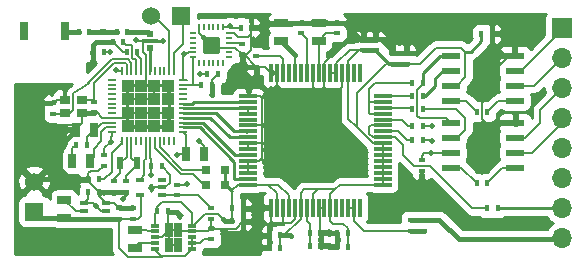
<source format=gtl>
G04 #@! TF.FileFunction,Copper,L1,Top,Signal*
%FSLAX46Y46*%
G04 Gerber Fmt 4.6, Leading zero omitted, Abs format (unit mm)*
G04 Created by KiCad (PCBNEW 4.0.6) date 12/13/17 15:16:08*
%MOMM*%
%LPD*%
G01*
G04 APERTURE LIST*
%ADD10C,0.150000*%
%ADD11R,1.550000X0.600000*%
%ADD12R,0.398780X0.599440*%
%ADD13R,0.599440X0.398780*%
%ADD14R,0.600000X1.100000*%
%ADD15R,1.500000X0.300000*%
%ADD16R,0.300000X1.500000*%
%ADD17R,1.143000X0.635000*%
%ADD18R,0.200000X0.500000*%
%ADD19R,0.200000X0.550000*%
%ADD20R,0.500000X0.200000*%
%ADD21R,0.550000X0.200000*%
%ADD22R,0.700000X0.300000*%
%ADD23R,0.600000X0.600000*%
%ADD24R,1.524000X1.524000*%
%ADD25C,1.524000*%
%ADD26R,0.800000X0.800000*%
%ADD27R,0.650000X0.400000*%
%ADD28R,0.635000X1.143000*%
%ADD29R,0.900000X0.800000*%
%ADD30R,0.800000X1.600000*%
%ADD31R,0.200000X0.800000*%
%ADD32R,0.800000X0.200000*%
%ADD33R,1.112500X1.112500*%
%ADD34R,0.650000X0.300000*%
%ADD35R,0.775000X1.240000*%
%ADD36R,1.700000X1.700000*%
%ADD37O,1.700000X1.700000*%
%ADD38C,0.508000*%
%ADD39C,0.152000*%
%ADD40C,0.457200*%
%ADD41C,0.229000*%
%ADD42C,0.460000*%
%ADD43C,0.152400*%
%ADD44C,0.254000*%
G04 APERTURE END LIST*
D10*
D11*
X308880000Y-136705000D03*
X308880000Y-139245000D03*
X308880000Y-137975000D03*
X308880000Y-135435000D03*
X303480000Y-135435000D03*
X303480000Y-136705000D03*
X303480000Y-137975000D03*
X303480000Y-139245000D03*
D12*
X306500420Y-142660000D03*
X307399580Y-142660000D03*
D13*
X300980000Y-138600420D03*
X300980000Y-139499580D03*
D14*
X276850000Y-138850000D03*
X275450000Y-138850000D03*
D13*
X280240000Y-140650420D03*
X280240000Y-141549580D03*
D12*
X278959580Y-139100000D03*
X278060420Y-139100000D03*
D13*
X276530000Y-143539580D03*
X276530000Y-142640420D03*
X283120000Y-142660420D03*
X283120000Y-143559580D03*
D12*
X306040420Y-127890000D03*
X306939580Y-127890000D03*
X305650420Y-134470000D03*
X306549580Y-134470000D03*
X305630420Y-140530000D03*
X306529580Y-140530000D03*
D15*
X297700000Y-140650000D03*
X297700000Y-140150000D03*
X297700000Y-139650000D03*
X297700000Y-139150000D03*
X297700000Y-138650000D03*
X297700000Y-138150000D03*
X297700000Y-137650000D03*
X297700000Y-137150000D03*
X297700000Y-136650000D03*
X297700000Y-136150000D03*
X297700000Y-135650000D03*
X297700000Y-135150000D03*
X297700000Y-134650000D03*
X297700000Y-134150000D03*
X297700000Y-133650000D03*
X297700000Y-133150000D03*
D16*
X295750000Y-131200000D03*
X295250000Y-131200000D03*
X294750000Y-131200000D03*
X294250000Y-131200000D03*
X293750000Y-131200000D03*
X293250000Y-131200000D03*
X292750000Y-131200000D03*
X292250000Y-131200000D03*
X291750000Y-131200000D03*
X291250000Y-131200000D03*
X290750000Y-131200000D03*
X290250000Y-131200000D03*
X289750000Y-131200000D03*
X289250000Y-131200000D03*
X288750000Y-131200000D03*
X288250000Y-131200000D03*
D15*
X286300000Y-133150000D03*
X286300000Y-133650000D03*
X286300000Y-134150000D03*
X286300000Y-134650000D03*
X286300000Y-135150000D03*
X286300000Y-135650000D03*
X286300000Y-136150000D03*
X286300000Y-136650000D03*
X286300000Y-137150000D03*
X286300000Y-137650000D03*
X286300000Y-138150000D03*
X286300000Y-138650000D03*
X286300000Y-139150000D03*
X286300000Y-139650000D03*
X286300000Y-140150000D03*
X286300000Y-140650000D03*
D16*
X288250000Y-142600000D03*
X288750000Y-142600000D03*
X289250000Y-142600000D03*
X289750000Y-142600000D03*
X290250000Y-142600000D03*
X290750000Y-142600000D03*
X291250000Y-142600000D03*
X291750000Y-142600000D03*
X292250000Y-142600000D03*
X292750000Y-142600000D03*
X293250000Y-142600000D03*
X293750000Y-142600000D03*
X294250000Y-142600000D03*
X294750000Y-142600000D03*
X295250000Y-142600000D03*
X295750000Y-142600000D03*
D17*
X276690000Y-145992000D03*
X276690000Y-144468000D03*
D13*
X283140000Y-144380420D03*
X283140000Y-145279580D03*
X274070000Y-139049580D03*
X274070000Y-138150420D03*
D18*
X282140000Y-130350000D03*
D19*
X282540000Y-130350000D03*
X282940000Y-130350000D03*
X283340000Y-130350000D03*
X283740000Y-130350000D03*
D18*
X284140000Y-130350000D03*
D20*
X284640000Y-129850000D03*
D21*
X284640000Y-129450000D03*
X284640000Y-129050000D03*
X284640000Y-128650000D03*
X284640000Y-128250000D03*
D20*
X284640000Y-127850000D03*
D18*
X284140000Y-127350000D03*
D19*
X283740000Y-127350000D03*
X283340000Y-127350000D03*
X282940000Y-127350000D03*
X282540000Y-127350000D03*
D18*
X282140000Y-127350000D03*
D20*
X281640000Y-127850000D03*
D21*
X281640000Y-128250000D03*
X281640000Y-128650000D03*
X281640000Y-129050000D03*
X281640000Y-129450000D03*
D20*
X281640000Y-129850000D03*
D12*
X283199580Y-132210000D03*
X282300420Y-132210000D03*
X283719580Y-131270000D03*
X282820420Y-131270000D03*
X285650420Y-127360000D03*
X286549580Y-127360000D03*
D13*
X285780000Y-128730420D03*
X285780000Y-129629580D03*
D22*
X278326500Y-128500000D03*
D23*
X278000000Y-129112500D03*
X278000000Y-127887500D03*
D22*
X277637500Y-128500000D03*
D12*
X275729580Y-128620000D03*
X274830420Y-128620000D03*
X273150420Y-129450000D03*
X274049580Y-129450000D03*
D17*
X289100000Y-128512000D03*
X289100000Y-126988000D03*
D24*
X280630000Y-126340000D03*
D25*
X278090000Y-126340000D03*
D13*
X297075000Y-128375420D03*
X297075000Y-129274580D03*
D12*
X288100420Y-144950000D03*
X288999580Y-144950000D03*
D26*
X284310000Y-139400000D03*
X282710000Y-139400000D03*
D12*
X288100420Y-146000000D03*
X288999580Y-146000000D03*
D27*
X274262500Y-143537500D03*
X274262500Y-142237500D03*
X272362500Y-142887500D03*
X274262500Y-142887500D03*
X272362500Y-142237500D03*
X272362500Y-143537500D03*
D13*
X290800000Y-127849580D03*
X290800000Y-126950420D03*
X296025000Y-128375420D03*
X296025000Y-129274580D03*
D12*
X284950420Y-142675000D03*
X285849580Y-142675000D03*
X300190420Y-132060000D03*
X301089580Y-132060000D03*
X285849580Y-143750000D03*
X284950420Y-143750000D03*
X291500420Y-145850000D03*
X292399580Y-145850000D03*
X291500420Y-144725000D03*
X292399580Y-144725000D03*
X294749580Y-145900000D03*
X293850420Y-145900000D03*
D13*
X286975000Y-129775420D03*
X286975000Y-130674580D03*
D12*
X294749580Y-144725000D03*
X293850420Y-144725000D03*
D13*
X293775000Y-126950420D03*
X293775000Y-127849580D03*
X299700000Y-129530420D03*
X299700000Y-130429580D03*
X298475000Y-129530420D03*
X298475000Y-130429580D03*
D17*
X292275000Y-126963000D03*
X292275000Y-128487000D03*
X270712500Y-141925500D03*
X270712500Y-143449500D03*
D12*
X272762920Y-141287500D03*
X273662080Y-141287500D03*
D13*
X275362500Y-143537080D03*
X275362500Y-142637920D03*
D12*
X278610420Y-142930000D03*
X279509580Y-142930000D03*
D13*
X300075000Y-144549580D03*
X300075000Y-143650420D03*
X301175000Y-144549580D03*
X301175000Y-143650420D03*
D12*
X300150420Y-133160000D03*
X301049580Y-133160000D03*
X300175420Y-134250000D03*
X301074580Y-134250000D03*
X300200420Y-135690000D03*
X301099580Y-135690000D03*
X300200420Y-136910000D03*
X301099580Y-136910000D03*
D26*
X284310000Y-140650000D03*
X282710000Y-140650000D03*
D24*
X268160000Y-142940000D03*
D25*
X268160000Y-140400000D03*
D28*
X272932000Y-138620000D03*
X271408000Y-138620000D03*
D29*
X270800000Y-133500000D03*
X272200000Y-133500000D03*
X270800000Y-134600000D03*
X272200000Y-134600000D03*
D13*
X274890000Y-140390420D03*
X274890000Y-141289580D03*
D12*
X273649580Y-140200000D03*
X272750420Y-140200000D03*
D13*
X269800000Y-133750420D03*
X269800000Y-134649580D03*
X273200000Y-134549580D03*
X273200000Y-133650420D03*
D12*
X276899580Y-129450000D03*
X276000420Y-129450000D03*
D13*
X275910000Y-140390420D03*
X275910000Y-141289580D03*
D30*
X270745000Y-127673000D03*
X267345000Y-127673000D03*
D12*
X272849580Y-127700000D03*
X271950420Y-127700000D03*
D13*
X274000000Y-127650420D03*
X274000000Y-128549580D03*
D12*
X276049580Y-127700000D03*
X275150420Y-127700000D03*
X271730420Y-137270000D03*
X272629580Y-137270000D03*
D28*
X273262000Y-136000000D03*
X271738000Y-136000000D03*
X281028000Y-138030000D03*
X282552000Y-138030000D03*
D31*
X275600000Y-137000000D03*
X276000000Y-137000000D03*
X276400000Y-137000000D03*
X276800000Y-137000000D03*
X277200000Y-137000000D03*
X277600000Y-137000000D03*
X278000000Y-137000000D03*
X278400000Y-137000000D03*
X278800000Y-137000000D03*
X279200000Y-137000000D03*
X279600000Y-137000000D03*
X280000000Y-137000000D03*
D32*
X280800000Y-136200000D03*
X280800000Y-135800000D03*
X280800000Y-135400000D03*
X280800000Y-135000000D03*
X280800000Y-134600000D03*
X280800000Y-134200000D03*
X280800000Y-133800000D03*
X280800000Y-133400000D03*
X280800000Y-133000000D03*
X280800000Y-132600000D03*
X280800000Y-132200000D03*
X280800000Y-131800000D03*
D31*
X280000000Y-131000000D03*
X279600000Y-131000000D03*
X279200000Y-131000000D03*
X278800000Y-131000000D03*
X278400000Y-131000000D03*
X278000000Y-131000000D03*
X277600000Y-131000000D03*
X277200000Y-131000000D03*
X276800000Y-131000000D03*
X276400000Y-131000000D03*
X276000000Y-131000000D03*
X275600000Y-131000000D03*
D32*
X274800000Y-131800000D03*
X274800000Y-132200000D03*
X274800000Y-132600000D03*
X274800000Y-133000000D03*
X274800000Y-133400000D03*
X274800000Y-133800000D03*
X274800000Y-134200000D03*
X274800000Y-134600000D03*
X274800000Y-135000000D03*
X274800000Y-135400000D03*
X274800000Y-135800000D03*
X274800000Y-136200000D03*
D33*
X279468750Y-132331250D03*
X278356250Y-132331250D03*
X277243750Y-132331250D03*
X276131250Y-132331250D03*
X279468750Y-133443750D03*
X278356250Y-133443750D03*
X277243750Y-133443750D03*
X276131250Y-133443750D03*
X279468750Y-134556250D03*
X278356250Y-134556250D03*
X277243750Y-134556250D03*
X276131250Y-134556250D03*
X279468750Y-135668750D03*
X278356250Y-135668750D03*
X277243750Y-135668750D03*
X276131250Y-135668750D03*
D11*
X308870000Y-131005000D03*
X308870000Y-133545000D03*
X308870000Y-132275000D03*
X308870000Y-129735000D03*
X303470000Y-129735000D03*
X303470000Y-131005000D03*
X303470000Y-132275000D03*
X303470000Y-133545000D03*
D34*
X278410000Y-144120000D03*
X278410000Y-144620000D03*
X278410000Y-145120000D03*
X278410000Y-145620000D03*
X278410000Y-146120000D03*
X281510000Y-146120000D03*
X281510000Y-145620000D03*
X281510000Y-145120000D03*
X281510000Y-144620000D03*
X281510000Y-144120000D03*
D35*
X280347500Y-145740000D03*
X280347500Y-144500000D03*
X279572500Y-145740000D03*
X279572500Y-144500000D03*
D27*
X279010000Y-141550000D03*
X279010000Y-140250000D03*
X279010000Y-140900000D03*
X277110000Y-140250000D03*
X277110000Y-141550000D03*
D36*
X312840000Y-127410000D03*
D37*
X312840000Y-129950000D03*
X312840000Y-132490000D03*
X312840000Y-135030000D03*
X312840000Y-137570000D03*
X312840000Y-140110000D03*
X312840000Y-142650000D03*
X312840000Y-145190000D03*
D38*
X297750000Y-143440000D03*
X278100000Y-140950000D03*
X275700000Y-141850000D03*
X287120000Y-142570000D03*
X282120000Y-136980000D03*
X279110000Y-128530000D03*
X282570000Y-128270000D03*
X287750000Y-138800000D03*
X293100000Y-144650000D03*
X292700000Y-134100000D03*
X285950000Y-141650000D03*
X273150000Y-130150000D03*
X276820000Y-128420000D03*
X284250000Y-143670000D03*
X280250000Y-138130000D03*
X284730000Y-127260000D03*
X283220000Y-133060000D03*
X275120000Y-130980000D03*
X274640000Y-137010000D03*
X274580000Y-129450000D03*
X301770000Y-137975000D03*
X273412500Y-142487500D03*
X289900000Y-145050000D03*
X301870000Y-135680000D03*
X301870000Y-136980000D03*
X280850000Y-129600000D03*
X282230000Y-131270000D03*
X281090000Y-140600000D03*
X278050000Y-139830000D03*
D39*
X274100000Y-140200000D02*
X273649580Y-140200000D01*
X274730000Y-139570000D02*
X274100000Y-140200000D01*
X274730000Y-138010000D02*
X274730000Y-139570000D01*
X275600000Y-137140000D02*
X274730000Y-138010000D01*
X275600000Y-137000000D02*
X275600000Y-137140000D01*
X275600000Y-137000000D02*
X275550000Y-137000000D01*
X276899580Y-129450000D02*
X276899580Y-129699580D01*
X276899580Y-129699580D02*
X277200000Y-130000000D01*
X277200000Y-130000000D02*
X277200000Y-131000000D01*
D40*
X276049580Y-127700000D02*
X277800000Y-127700000D01*
X277800000Y-127700000D02*
X278000000Y-127900000D01*
D41*
X280800000Y-135000000D02*
X283060000Y-135000000D01*
X284710000Y-136650000D02*
X286300000Y-136650000D01*
X283060000Y-135000000D02*
X284710000Y-136650000D01*
X280800000Y-134600000D02*
X283550000Y-134600000D01*
X285100000Y-136150000D02*
X286300000Y-136150000D01*
X283550000Y-134600000D02*
X285100000Y-136150000D01*
D39*
X286200000Y-136250000D02*
X286300000Y-136150000D01*
X280000000Y-131000000D02*
X280000000Y-129510000D01*
X280730000Y-128780000D02*
X280730000Y-126440000D01*
X280000000Y-129510000D02*
X280730000Y-128780000D01*
X280730000Y-126440000D02*
X280630000Y-126340000D01*
X280000000Y-131000000D02*
X280000000Y-130730000D01*
X278090000Y-126340000D02*
X278300000Y-126340000D01*
X278300000Y-126340000D02*
X279600000Y-127640000D01*
X279600000Y-127640000D02*
X279600000Y-131000000D01*
D41*
X280800000Y-135800000D02*
X282190000Y-135800000D01*
X285130000Y-140150000D02*
X286300000Y-140150000D01*
X285110000Y-140130000D02*
X285130000Y-140150000D01*
X285110000Y-138720000D02*
X285110000Y-140130000D01*
X282190000Y-135800000D02*
X285110000Y-138720000D01*
D42*
X271950420Y-127700000D02*
X270772000Y-127700000D01*
X270772000Y-127700000D02*
X270745000Y-127673000D01*
D39*
X271408000Y-138620000D02*
X271408000Y-137592420D01*
X271408000Y-137592420D02*
X271730420Y-137270000D01*
X299700000Y-129530420D02*
X300729580Y-129530420D01*
X306939580Y-127279580D02*
X306939580Y-127890000D01*
X306610000Y-126950000D02*
X306939580Y-127279580D01*
X305570000Y-126950000D02*
X306610000Y-126950000D01*
X304320000Y-128200000D02*
X305570000Y-126950000D01*
X302060000Y-128200000D02*
X304320000Y-128200000D01*
X300729580Y-129530420D02*
X302060000Y-128200000D01*
X308870000Y-129735000D02*
X308405000Y-129735000D01*
X308405000Y-129735000D02*
X306120000Y-132020000D01*
X306445000Y-135435000D02*
X308880000Y-135435000D01*
X306120000Y-135110000D02*
X306445000Y-135435000D01*
X306120000Y-132020000D02*
X306120000Y-135110000D01*
X300980000Y-140210000D02*
X300980000Y-139499580D01*
X297750000Y-143440000D02*
X300980000Y-140210000D01*
D41*
X308870000Y-129735000D02*
X308015000Y-129735000D01*
X307045000Y-128765000D02*
X306939580Y-128659580D01*
X306939580Y-128659580D02*
X306939580Y-127890000D01*
X308015000Y-129735000D02*
X307045000Y-128765000D01*
D39*
X279010000Y-140900000D02*
X278150000Y-140900000D01*
X278150000Y-140900000D02*
X278100000Y-140950000D01*
X283140000Y-144380420D02*
X285219160Y-144380420D01*
X285219160Y-144380420D02*
X285849580Y-143750000D01*
X283120000Y-143559580D02*
X283120000Y-144360420D01*
X283120000Y-144360420D02*
X283140000Y-144380420D01*
X279010000Y-140900000D02*
X279260000Y-140900000D01*
X279260000Y-140900000D02*
X279680000Y-140480000D01*
X279680000Y-140480000D02*
X279680000Y-139820420D01*
X279680000Y-139820420D02*
X278959580Y-139100000D01*
X275910000Y-141289580D02*
X275910000Y-141640000D01*
X275910000Y-141640000D02*
X275700000Y-141850000D01*
X287110000Y-142580000D02*
X287110000Y-142600000D01*
X287120000Y-142570000D02*
X287110000Y-142580000D01*
X273662080Y-141287500D02*
X274887920Y-141287500D01*
X274887920Y-141287500D02*
X274890000Y-141289580D01*
X274890000Y-141289580D02*
X275910000Y-141289580D01*
X276530000Y-142640420D02*
X275365000Y-142640420D01*
X275365000Y-142640420D02*
X275362500Y-142637920D01*
X280347500Y-145740000D02*
X279572500Y-145740000D01*
X278410000Y-145120000D02*
X278952500Y-145120000D01*
X278952500Y-145120000D02*
X279572500Y-144500000D01*
X279572500Y-144500000D02*
X279572500Y-145740000D01*
X280347500Y-144500000D02*
X279572500Y-144500000D01*
X281510000Y-144620000D02*
X280467500Y-144620000D01*
X280467500Y-144620000D02*
X280347500Y-144500000D01*
X281510000Y-144620000D02*
X282900420Y-144620000D01*
X282900420Y-144620000D02*
X283140000Y-144380420D01*
X279509580Y-142930000D02*
X279509580Y-144437080D01*
X279509580Y-144437080D02*
X279572500Y-144500000D01*
X282552000Y-138030000D02*
X282552000Y-137412000D01*
X282552000Y-137412000D02*
X282120000Y-136980000D01*
X308870000Y-129735000D02*
X308265000Y-129735000D01*
D41*
X279080000Y-128500000D02*
X279110000Y-128530000D01*
X278326500Y-128500000D02*
X279080000Y-128500000D01*
D39*
X282570000Y-128270000D02*
X282585000Y-128255000D01*
X282585000Y-128255000D02*
X282570000Y-128270000D01*
X282570000Y-128270000D02*
X282570000Y-128240000D01*
X308880000Y-135435000D02*
X308880000Y-135380000D01*
D41*
X298475000Y-129530420D02*
X298475000Y-129325000D01*
X297525420Y-128375420D02*
X297075000Y-128375420D01*
X298475000Y-129325000D02*
X297525420Y-128375420D01*
D39*
X298475000Y-129530420D02*
X298475000Y-129435000D01*
D40*
X271470000Y-140200000D02*
X268360000Y-140200000D01*
X268360000Y-140200000D02*
X268160000Y-140400000D01*
D39*
X286975000Y-130674580D02*
X287724580Y-130674580D01*
X287724580Y-130674580D02*
X288250000Y-131200000D01*
X293100000Y-144650000D02*
X293100000Y-144725000D01*
D40*
X293775000Y-126950420D02*
X294375420Y-126950420D01*
X294375420Y-126950420D02*
X295800420Y-128375420D01*
D39*
X292399580Y-144725000D02*
X293100000Y-144725000D01*
X293100000Y-144725000D02*
X293850420Y-144725000D01*
X292399580Y-144725000D02*
X292399580Y-142749580D01*
X292399580Y-142749580D02*
X292250000Y-142600000D01*
X288250000Y-143725000D02*
X288250000Y-144800420D01*
X288250000Y-144800420D02*
X288100420Y-144950000D01*
X292449580Y-145900000D02*
X292399580Y-145850000D01*
X292750000Y-131200000D02*
X292750000Y-130375000D01*
X294749580Y-128375420D02*
X296025000Y-128375420D01*
X292750000Y-130375000D02*
X294749580Y-128375420D01*
D40*
X298475000Y-129530420D02*
X299700000Y-129530420D01*
X297075000Y-128375420D02*
X296025000Y-128375420D01*
X295800420Y-128375420D02*
X296025000Y-128375420D01*
X293775000Y-126950420D02*
X292287580Y-126950420D01*
X292287580Y-126950420D02*
X292275000Y-126963000D01*
X290800000Y-126950420D02*
X292262420Y-126950420D01*
X292262420Y-126950420D02*
X292275000Y-126963000D01*
D39*
X294250000Y-132425000D02*
X294250000Y-131200000D01*
X290250000Y-142600000D02*
X290250000Y-143550000D01*
X290250000Y-143550000D02*
X289900000Y-143900000D01*
X288100420Y-146000000D02*
X288100420Y-144950000D01*
X292399580Y-145850000D02*
X292399580Y-144725000D01*
X293850420Y-144725000D02*
X293850420Y-145900000D01*
X288750000Y-131200000D02*
X288250000Y-131200000D01*
X274262500Y-142237500D02*
X274962080Y-142237500D01*
X274962080Y-142237500D02*
X275362500Y-142637920D01*
D40*
X289100000Y-126988000D02*
X290762420Y-126988000D01*
D39*
X290762420Y-126988000D02*
X290800000Y-126950420D01*
X289112420Y-127000420D02*
X289100000Y-126988000D01*
X273662080Y-141287500D02*
X273662080Y-141637080D01*
X273662080Y-141637080D02*
X274262500Y-142237500D01*
X292750000Y-132400000D02*
X292750000Y-131200000D01*
X291750000Y-132700000D02*
X291750000Y-131200000D01*
X288250000Y-131200000D02*
X288250000Y-131800000D01*
X288250000Y-131200000D02*
X288250000Y-130900000D01*
X288250000Y-131200000D02*
X288250000Y-131000000D01*
X292750000Y-142600000D02*
X292250000Y-142600000D01*
X275417500Y-142582920D02*
X275362500Y-142637920D01*
X275362500Y-142637920D02*
X275392080Y-142637920D01*
X275362500Y-142637920D02*
X275362500Y-142637500D01*
D40*
X292400000Y-132750000D02*
X292400000Y-133800000D01*
X292400000Y-133800000D02*
X292700000Y-134100000D01*
D39*
X287500000Y-138550000D02*
X287750000Y-138800000D01*
X288425000Y-143900000D02*
X288250000Y-143725000D01*
X289225000Y-132750000D02*
X291700000Y-132750000D01*
X292400000Y-132750000D02*
X293925000Y-132750000D01*
X293925000Y-132750000D02*
X294250000Y-132425000D01*
X289900000Y-143900000D02*
X289275000Y-143900000D01*
X291700000Y-132750000D02*
X292400000Y-132750000D01*
X292400000Y-132750000D02*
X292750000Y-132400000D01*
X291700000Y-132750000D02*
X291750000Y-132700000D01*
X285950000Y-141650000D02*
X285849580Y-141750420D01*
X288712500Y-132237500D02*
X289225000Y-132750000D01*
X287700000Y-133250000D02*
X288712500Y-132237500D01*
X288712500Y-132237500D02*
X288750000Y-132200000D01*
X287400000Y-133250000D02*
X287700000Y-133250000D01*
X287400000Y-133250000D02*
X287500000Y-133350000D01*
X287300000Y-133150000D02*
X287400000Y-133250000D01*
X287500000Y-133350000D02*
X287500000Y-135450000D01*
X287500000Y-137100000D02*
X287500000Y-135450000D01*
X287500000Y-135450000D02*
X287500000Y-135550000D01*
X287500000Y-135550000D02*
X287400000Y-135650000D01*
X287500000Y-138325000D02*
X287500000Y-138550000D01*
X287500000Y-137125000D02*
X287500000Y-138325000D01*
X287500000Y-138325000D02*
X287500000Y-138375000D01*
X287500000Y-138375000D02*
X287225000Y-138650000D01*
X287500000Y-137150000D02*
X287500000Y-137125000D01*
X287500000Y-137125000D02*
X287500000Y-137100000D01*
X289275000Y-143900000D02*
X288425000Y-143900000D01*
X289275000Y-143900000D02*
X289250000Y-143900000D01*
X282140000Y-127350000D02*
X282140000Y-127810000D01*
X283850000Y-129050000D02*
X284640000Y-129050000D01*
X283110000Y-128310000D02*
X283850000Y-129050000D01*
X282640000Y-128310000D02*
X283110000Y-128310000D01*
X282140000Y-127810000D02*
X282570000Y-128240000D01*
X282570000Y-128240000D02*
X282640000Y-128310000D01*
X273150420Y-130149580D02*
X273150000Y-130150000D01*
X273150420Y-129450000D02*
X273150420Y-130149580D01*
X285930000Y-129629580D02*
X286975000Y-130674580D01*
X272750420Y-140200000D02*
X272750420Y-139709580D01*
X273609580Y-139510000D02*
X274070000Y-139049580D01*
X272950000Y-139510000D02*
X273609580Y-139510000D01*
X272750420Y-139709580D02*
X272950000Y-139510000D01*
X285780000Y-129629580D02*
X286150420Y-129629580D01*
X286549580Y-129230420D02*
X286549580Y-127930420D01*
X286150420Y-129629580D02*
X286549580Y-129230420D01*
X285780000Y-129629580D02*
X285930000Y-129629580D01*
X284640000Y-129050000D02*
X285200420Y-129050000D01*
X285200420Y-129050000D02*
X285780000Y-129629580D01*
X284640000Y-127850000D02*
X285050000Y-127850000D01*
X286290000Y-128190000D02*
X286549580Y-127930420D01*
X285390000Y-128190000D02*
X286290000Y-128190000D01*
X285050000Y-127850000D02*
X285390000Y-128190000D01*
X286549580Y-127930420D02*
X286549580Y-127360000D01*
X276000420Y-129450000D02*
X275660420Y-129450000D01*
X275660420Y-129450000D02*
X274830420Y-128620000D01*
D40*
X274000000Y-128549580D02*
X274760000Y-128549580D01*
X274760000Y-128549580D02*
X274830420Y-128620000D01*
D39*
X276900000Y-128500000D02*
X276820000Y-128420000D01*
X277637500Y-128500000D02*
X276900000Y-128500000D01*
X277637500Y-128500000D02*
X278326500Y-128500000D01*
X272750420Y-140200000D02*
X272750420Y-140375840D01*
X272750420Y-140375840D02*
X273662080Y-141287500D01*
D40*
X273150420Y-129450000D02*
X273150420Y-128799580D01*
X273150420Y-128799580D02*
X273400420Y-128549580D01*
X273400420Y-128549580D02*
X274000000Y-128549580D01*
X270230000Y-139280000D02*
X270230000Y-137508000D01*
X270230000Y-137508000D02*
X271738000Y-136000000D01*
X271150000Y-140200000D02*
X271470000Y-140200000D01*
X271470000Y-140200000D02*
X272750420Y-140200000D01*
X270230000Y-139280000D02*
X271150000Y-140200000D01*
D39*
X273200000Y-134549580D02*
X273449580Y-134549580D01*
X273449580Y-134549580D02*
X273900000Y-135000000D01*
X273900000Y-135000000D02*
X274800000Y-135000000D01*
X277600000Y-131000000D02*
X277600000Y-129700000D01*
X277350000Y-129450000D02*
X277350000Y-128500000D01*
X277600000Y-129700000D02*
X277350000Y-129450000D01*
X278356250Y-132331250D02*
X278356250Y-133443750D01*
X277243750Y-135668750D02*
X276131250Y-135668750D01*
X278356250Y-135668750D02*
X277243750Y-135668750D01*
X279468750Y-135668750D02*
X278356250Y-135668750D01*
X279468750Y-134556250D02*
X279468750Y-135668750D01*
X278356250Y-134556250D02*
X279468750Y-134556250D01*
X277243750Y-134556250D02*
X278356250Y-134556250D01*
X276131250Y-134556250D02*
X277243750Y-134556250D01*
X276131250Y-133443750D02*
X276131250Y-134556250D01*
X277243750Y-133443750D02*
X276131250Y-133443750D01*
X278356250Y-133443750D02*
X277243750Y-133443750D01*
X279468750Y-132331250D02*
X279468750Y-133443750D01*
X278356250Y-132331250D02*
X279468750Y-132331250D01*
X277243750Y-132331250D02*
X278356250Y-132331250D01*
X276131250Y-132331250D02*
X277243750Y-132331250D01*
X274800000Y-135000000D02*
X275687500Y-135000000D01*
X275687500Y-135000000D02*
X276131250Y-134556250D01*
X277600000Y-131000000D02*
X277600000Y-131975000D01*
X277600000Y-131975000D02*
X277243750Y-132331250D01*
X270800000Y-133500000D02*
X270050420Y-133500000D01*
X270050420Y-133500000D02*
X269800000Y-133750420D01*
X273200000Y-134549580D02*
X272250420Y-134549580D01*
X272250420Y-134549580D02*
X272200000Y-134600000D01*
X288250000Y-142600000D02*
X287110000Y-142600000D01*
X287110000Y-142600000D02*
X285924580Y-142600000D01*
X285924580Y-142600000D02*
X285849580Y-142675000D01*
X285849580Y-141750420D02*
X285849580Y-142675000D01*
X285849580Y-143750000D02*
X285849580Y-142675000D01*
X288250000Y-142600000D02*
X288250000Y-143725000D01*
X289250000Y-143900000D02*
X289250000Y-142600000D01*
X287225000Y-138650000D02*
X286300000Y-138650000D01*
X286300000Y-137650000D02*
X286300000Y-137150000D01*
X286300000Y-138650000D02*
X286300000Y-139150000D01*
X286300000Y-139150000D02*
X286300000Y-139650000D01*
X286300000Y-133150000D02*
X287300000Y-133150000D01*
X286300000Y-137150000D02*
X287500000Y-137150000D01*
X288750000Y-132200000D02*
X288750000Y-131200000D01*
X287400000Y-135650000D02*
X286300000Y-135650000D01*
X269800000Y-133750420D02*
X269093580Y-133750420D01*
X269093580Y-133750420D02*
X268986000Y-133858000D01*
X268986000Y-133858000D02*
X268986000Y-135610000D01*
X268986000Y-135610000D02*
X268986000Y-135636000D01*
X268986000Y-135636000D02*
X272034000Y-135636000D01*
X272034000Y-135636000D02*
X272200000Y-135470000D01*
X272200000Y-135470000D02*
X272200000Y-134650000D01*
D43*
X272300420Y-134549580D02*
X272200000Y-134650000D01*
D41*
X284310000Y-140650000D02*
X284380000Y-140650000D01*
X284380000Y-140650000D02*
X284950420Y-141220420D01*
X284310000Y-139400000D02*
X284310000Y-140650000D01*
D39*
X281510000Y-144120000D02*
X281510000Y-143080000D01*
X281510000Y-143080000D02*
X281510000Y-143070000D01*
X278610420Y-142539580D02*
X278610420Y-142930000D01*
X279010000Y-142140000D02*
X278610420Y-142539580D01*
X280580000Y-142140000D02*
X279010000Y-142140000D01*
X281510000Y-143070000D02*
X280580000Y-142140000D01*
X281510000Y-144120000D02*
X281610000Y-144120000D01*
X281610000Y-144120000D02*
X282610000Y-143120000D01*
X283700000Y-143120000D02*
X284250000Y-143670000D01*
X282610000Y-143120000D02*
X283700000Y-143120000D01*
X278410000Y-144120000D02*
X278410000Y-143130420D01*
X278410000Y-143130420D02*
X278610420Y-142930000D01*
D40*
X284330000Y-143750000D02*
X284250000Y-143670000D01*
X284950420Y-143750000D02*
X284330000Y-143750000D01*
D39*
X281028000Y-138030000D02*
X280350000Y-138030000D01*
X280350000Y-138030000D02*
X280250000Y-138130000D01*
X281028000Y-138030000D02*
X281028000Y-136428000D01*
X281028000Y-136428000D02*
X280800000Y-136200000D01*
X285650420Y-127360000D02*
X284830000Y-127360000D01*
X284830000Y-127360000D02*
X284730000Y-127260000D01*
X284140000Y-127350000D02*
X284640000Y-127350000D01*
X284640000Y-127350000D02*
X284730000Y-127260000D01*
X283199580Y-132210000D02*
X283199580Y-131790000D01*
X283199580Y-131790000D02*
X283719580Y-131270000D01*
X285640420Y-127350000D02*
X285650420Y-127360000D01*
D40*
X283199580Y-133039580D02*
X283199580Y-132210000D01*
X283220000Y-133060000D02*
X283199580Y-133039580D01*
D39*
X284950420Y-143750000D02*
X284950420Y-142675000D01*
X284950420Y-142675000D02*
X284950420Y-141220420D01*
X284950420Y-141220420D02*
X284950420Y-141099580D01*
X285400000Y-140650000D02*
X286300000Y-140650000D01*
X284950420Y-141099580D02*
X285400000Y-140650000D01*
X288000000Y-140650000D02*
X288850000Y-140650000D01*
X289750000Y-141550000D02*
X289750000Y-142600000D01*
X288850000Y-140650000D02*
X289750000Y-141550000D01*
X286300000Y-140650000D02*
X288000000Y-140650000D01*
X288750000Y-141400000D02*
X288750000Y-142600000D01*
X288000000Y-140650000D02*
X288750000Y-141400000D01*
X275120000Y-130980000D02*
X275140000Y-131000000D01*
X274070000Y-137580000D02*
X274640000Y-137010000D01*
X274640000Y-137010000D02*
X274660000Y-136990000D01*
X274070000Y-138150420D02*
X274070000Y-137580000D01*
X274660000Y-136990000D02*
X274800000Y-136200000D01*
X274049580Y-129450000D02*
X274580000Y-129450000D01*
X275140000Y-131000000D02*
X275600000Y-131000000D01*
D41*
X304660000Y-129430000D02*
X305120000Y-129430000D01*
X306040420Y-128509580D02*
X306040420Y-127890000D01*
X305120000Y-129430000D02*
X306040420Y-128509580D01*
D39*
X300980000Y-138600420D02*
X300980000Y-138210000D01*
X301770000Y-137975000D02*
X301215000Y-137975000D01*
X300980000Y-138210000D02*
X301215000Y-137975000D01*
X298475000Y-130429580D02*
X297950420Y-130429580D01*
X295490000Y-132890000D02*
X295490000Y-135815000D01*
X297950420Y-130429580D02*
X295490000Y-132890000D01*
X303470000Y-132275000D02*
X303965000Y-132275000D01*
X303965000Y-132275000D02*
X304660000Y-131580000D01*
X304660000Y-131580000D02*
X304660000Y-129430000D01*
X304660000Y-129430000D02*
X304660000Y-129420000D01*
X304660000Y-129420000D02*
X304290000Y-129050000D01*
X304290000Y-129050000D02*
X302180000Y-129050000D01*
X302180000Y-129050000D02*
X300800420Y-130429580D01*
X300800420Y-130429580D02*
X299700000Y-130429580D01*
X303480000Y-137975000D02*
X301930000Y-137975000D01*
X301930000Y-137975000D02*
X301770000Y-137975000D01*
X297725000Y-140625000D02*
X297700000Y-140650000D01*
D41*
X297075000Y-129274580D02*
X297075000Y-129325000D01*
X297075000Y-129325000D02*
X298179580Y-130429580D01*
X298179580Y-130429580D02*
X298475000Y-130429580D01*
D39*
X298475000Y-130429580D02*
X298230000Y-130429580D01*
D40*
X288999580Y-144950000D02*
X289800000Y-144950000D01*
X289900000Y-145050000D02*
X289800000Y-144950000D01*
D39*
X296025000Y-129274580D02*
X295650420Y-129274580D01*
X294750000Y-130175000D02*
X294750000Y-131200000D01*
X295650420Y-129274580D02*
X294750000Y-130175000D01*
X293250000Y-142600000D02*
X293250000Y-143700000D01*
X294749580Y-144349580D02*
X294749580Y-144725000D01*
X294350000Y-143950000D02*
X294749580Y-144349580D01*
X293500000Y-143950000D02*
X294350000Y-143950000D01*
X293250000Y-143700000D02*
X293500000Y-143950000D01*
X290750000Y-142600000D02*
X290750000Y-143550000D01*
X289350000Y-144950000D02*
X288999580Y-144950000D01*
X290750000Y-143550000D02*
X289350000Y-144950000D01*
X293750000Y-131200000D02*
X293750000Y-130400000D01*
X294875420Y-129274580D02*
X296025000Y-129274580D01*
X293750000Y-130400000D02*
X294875420Y-129274580D01*
D40*
X297075000Y-129274580D02*
X296025000Y-129274580D01*
X299700000Y-130429580D02*
X298475000Y-130429580D01*
D39*
X288999580Y-144950000D02*
X288999580Y-146000000D01*
X292300000Y-141050000D02*
X291050000Y-141050000D01*
X290750000Y-141350000D02*
X290750000Y-142600000D01*
X291050000Y-141050000D02*
X290750000Y-141350000D01*
X291750000Y-142600000D02*
X291750000Y-141475000D01*
X292175000Y-141050000D02*
X292300000Y-141050000D01*
X292300000Y-141050000D02*
X293675000Y-141050000D01*
X291750000Y-141475000D02*
X292175000Y-141050000D01*
X293250000Y-142600000D02*
X293250000Y-141475000D01*
X294075000Y-140650000D02*
X297700000Y-140650000D01*
X293250000Y-141475000D02*
X293675000Y-141050000D01*
X293675000Y-141050000D02*
X294075000Y-140650000D01*
X294749580Y-145900000D02*
X294749580Y-144725000D01*
X294750000Y-131200000D02*
X294750000Y-132450000D01*
X294750000Y-132450000D02*
X294750000Y-135075000D01*
X294750000Y-135075000D02*
X295490000Y-135815000D01*
X295490000Y-135815000D02*
X296825000Y-137150000D01*
X296825000Y-137150000D02*
X297700000Y-137150000D01*
X297700000Y-139150000D02*
X297700000Y-139650000D01*
X297700000Y-140150000D02*
X297700000Y-140650000D01*
X297700000Y-137150000D02*
X297700000Y-137650000D01*
X272762920Y-141287500D02*
X272762920Y-141837080D01*
X272762920Y-141837080D02*
X272362500Y-142237500D01*
X274262500Y-142887500D02*
X273812500Y-142887500D01*
X273812500Y-142887500D02*
X273412500Y-142487500D01*
X273162500Y-142237500D02*
X272362500Y-142237500D01*
X273412500Y-142487500D02*
X273162500Y-142237500D01*
X293299580Y-142649580D02*
X293250000Y-142600000D01*
X297700000Y-138650000D02*
X297700000Y-139150000D01*
X297700000Y-139650000D02*
X297700000Y-140150000D01*
X297700000Y-138150000D02*
X297700000Y-138650000D01*
X297700000Y-137650000D02*
X297700000Y-138150000D01*
X290749580Y-142600420D02*
X290750000Y-142600000D01*
X290749580Y-142600420D02*
X290750000Y-142600000D01*
X293250000Y-131200000D02*
X293750000Y-131200000D01*
X297700000Y-135150000D02*
X299320000Y-135150000D01*
X299860000Y-135690000D02*
X300200420Y-135690000D01*
X299320000Y-135150000D02*
X299860000Y-135690000D01*
X297700000Y-134150000D02*
X300075420Y-134150000D01*
X300075420Y-134150000D02*
X300175420Y-134250000D01*
X300150420Y-133160000D02*
X297710000Y-133160000D01*
X297710000Y-133160000D02*
X297700000Y-133150000D01*
X300050420Y-133150000D02*
X300200420Y-133000000D01*
D41*
X286300000Y-133650000D02*
X281710000Y-133650000D01*
X281560000Y-133800000D02*
X280800000Y-133800000D01*
X281710000Y-133650000D02*
X281560000Y-133800000D01*
D39*
X286250000Y-133600000D02*
X286300000Y-133650000D01*
D41*
X280800000Y-135400000D02*
X282460000Y-135400000D01*
X285210000Y-138150000D02*
X286300000Y-138150000D01*
X282460000Y-135400000D02*
X285210000Y-138150000D01*
D40*
X301175000Y-143650420D02*
X302470420Y-143650420D01*
X304110000Y-145290000D02*
X312740000Y-145290000D01*
X302470420Y-143650420D02*
X304110000Y-145290000D01*
X312740000Y-145290000D02*
X312840000Y-145190000D01*
D39*
X301175420Y-143650000D02*
X301175000Y-143650420D01*
D40*
X301175000Y-143650420D02*
X300075000Y-143650420D01*
D39*
X301099580Y-135690000D02*
X301860000Y-135690000D01*
X301860000Y-135690000D02*
X301870000Y-135680000D01*
X308880000Y-136705000D02*
X309695000Y-136705000D01*
X311000000Y-134330000D02*
X312840000Y-132490000D01*
X311000000Y-135400000D02*
X311000000Y-134330000D01*
X309695000Y-136705000D02*
X311000000Y-135400000D01*
X308870000Y-131005000D02*
X309375000Y-131005000D01*
X309375000Y-131005000D02*
X312840000Y-127540000D01*
X312840000Y-127540000D02*
X312840000Y-127410000D01*
X308975000Y-130900000D02*
X308870000Y-131005000D01*
X276530000Y-143539580D02*
X276990420Y-143539580D01*
X277220000Y-143310000D02*
X277220000Y-141660000D01*
X276990420Y-143539580D02*
X277220000Y-143310000D01*
X277220000Y-141660000D02*
X277110000Y-141550000D01*
X276530000Y-143539580D02*
X276720420Y-143539580D01*
X275362500Y-143537080D02*
X276527500Y-143537080D01*
X276527500Y-143537080D02*
X276530000Y-143539580D01*
X278990000Y-146770000D02*
X276080000Y-146770000D01*
X275362500Y-146052500D02*
X275362500Y-143537080D01*
X276080000Y-146770000D02*
X275362500Y-146052500D01*
X283140000Y-145279580D02*
X282510420Y-145279580D01*
X282170000Y-145620000D02*
X281510000Y-145620000D01*
X282510420Y-145279580D02*
X282170000Y-145620000D01*
X278410000Y-146120000D02*
X278410000Y-146190000D01*
X278410000Y-146190000D02*
X278990000Y-146770000D01*
X278990000Y-146770000D02*
X278920000Y-146700000D01*
X278920000Y-146700000D02*
X280930000Y-146700000D01*
X280930000Y-146700000D02*
X281510000Y-146120000D01*
X281510000Y-145620000D02*
X281510000Y-146120000D01*
X281510000Y-145120000D02*
X281510000Y-145620000D01*
D40*
X270712500Y-143449500D02*
X268669500Y-143449500D01*
X268669500Y-143449500D02*
X268160000Y-142940000D01*
X272362500Y-143537500D02*
X270800500Y-143537500D01*
X270800500Y-143537500D02*
X270712500Y-143449500D01*
X270712500Y-143449500D02*
X270712500Y-143512500D01*
D39*
X274262920Y-143537080D02*
X274262500Y-143537500D01*
D40*
X275362500Y-143537080D02*
X274262920Y-143537080D01*
D39*
X272274500Y-143449500D02*
X272362500Y-143537500D01*
D40*
X274262500Y-143537500D02*
X272362500Y-143537500D01*
D39*
X274362920Y-143437080D02*
X274262500Y-143537500D01*
X300075000Y-144549580D02*
X296089580Y-144549580D01*
X295250000Y-143710000D02*
X295250000Y-142600000D01*
X296089580Y-144549580D02*
X295250000Y-143710000D01*
X294750000Y-142600000D02*
X295250000Y-142600000D01*
X294750420Y-142600420D02*
X294750000Y-142600000D01*
X299975000Y-144649580D02*
X300075000Y-144549580D01*
D40*
X300075000Y-144549580D02*
X301175000Y-144549580D01*
D42*
X274000000Y-127699580D02*
X272850000Y-127699580D01*
X272850000Y-127699580D02*
X272849580Y-127700000D01*
X275150420Y-127700000D02*
X274000420Y-127700000D01*
X274000420Y-127700000D02*
X274000000Y-127699580D01*
D39*
X272362500Y-142887500D02*
X271674500Y-142887500D01*
X271674500Y-142887500D02*
X270712500Y-141925500D01*
X297700000Y-136150000D02*
X298950000Y-136150000D01*
X299710000Y-136910000D02*
X300200420Y-136910000D01*
X298950000Y-136150000D02*
X299710000Y-136910000D01*
X301099580Y-136910000D02*
X301800000Y-136910000D01*
X301800000Y-136910000D02*
X301870000Y-136980000D01*
X292250000Y-131200000D02*
X292250000Y-128512000D01*
X293775000Y-127849580D02*
X292912420Y-127849580D01*
X292912420Y-127849580D02*
X292275000Y-128487000D01*
X292250000Y-128512000D02*
X292275000Y-128487000D01*
X291250000Y-131200000D02*
X291250000Y-128299580D01*
X291250000Y-128299580D02*
X290800000Y-127849580D01*
X290250000Y-131200000D02*
X290250000Y-129662000D01*
D40*
X290250000Y-129662000D02*
X289100000Y-128512000D01*
D39*
X290200000Y-131150000D02*
X290250000Y-131200000D01*
X291500420Y-144725000D02*
X291500420Y-143950420D01*
X291250000Y-143700000D02*
X291250000Y-142600000D01*
X291500420Y-143950420D02*
X291250000Y-143700000D01*
X291625000Y-144600420D02*
X291500420Y-144725000D01*
X291500420Y-145850000D02*
X291500420Y-144725000D01*
X286975000Y-129775420D02*
X289000420Y-129775420D01*
X289000420Y-129775420D02*
X289250000Y-130025000D01*
X289250000Y-130025000D02*
X289250000Y-131200000D01*
X282710000Y-140650000D02*
X282530000Y-140650000D01*
X282530000Y-140650000D02*
X281630000Y-139750000D01*
X281630000Y-139750000D02*
X280560000Y-139750000D01*
X280560000Y-139750000D02*
X278400000Y-137590000D01*
X278400000Y-137590000D02*
X278400000Y-137000000D01*
X282710000Y-139400000D02*
X280710000Y-139400000D01*
X278800000Y-137490000D02*
X278800000Y-137000000D01*
X280710000Y-139400000D02*
X278800000Y-137490000D01*
D41*
X280800000Y-134200000D02*
X286250000Y-134200000D01*
X286250000Y-134200000D02*
X286300000Y-134150000D01*
D39*
X286250000Y-134200000D02*
X286300000Y-134150000D01*
X286300000Y-134150000D02*
X286300000Y-134650000D01*
X272629580Y-137270000D02*
X272629580Y-136632420D01*
X272629580Y-136632420D02*
X273262000Y-136000000D01*
X273262000Y-136000000D02*
X273350000Y-136000000D01*
X273350000Y-136000000D02*
X273950000Y-135400000D01*
X273950000Y-135400000D02*
X274800000Y-135400000D01*
X275000000Y-130040000D02*
X274720163Y-130049375D01*
X274720163Y-130049375D02*
X272760000Y-132040000D01*
X272760000Y-132040000D02*
X272770000Y-132030000D01*
X272770000Y-132030000D02*
X272455505Y-132345429D01*
X272455505Y-132345429D02*
X271600000Y-132830000D01*
X271600000Y-132830000D02*
X271490000Y-132940000D01*
X271490000Y-132940000D02*
X271490000Y-134310000D01*
X271490000Y-134310000D02*
X271200000Y-134600000D01*
X276400000Y-131000000D02*
X276400000Y-130330490D01*
X275395598Y-130045598D02*
X275000000Y-130040000D01*
X276115108Y-130045598D02*
X275395598Y-130045598D01*
X276400000Y-130330490D02*
X276115108Y-130045598D01*
X271200000Y-134600000D02*
X270800000Y-134600000D01*
X269800000Y-134649580D02*
X270750420Y-134649580D01*
X270800000Y-134600000D02*
X270950000Y-134600000D01*
X270750420Y-134649580D02*
X270800000Y-134600000D01*
D43*
X271050000Y-134650000D02*
X270800000Y-134650000D01*
X270799580Y-134649580D02*
X270800000Y-134650000D01*
D39*
X276000000Y-131000000D02*
X276000000Y-130450000D01*
X276000000Y-130450000D02*
X275900000Y-130350000D01*
X275900000Y-130350000D02*
X274900000Y-130350000D01*
X274900000Y-130350000D02*
X273200000Y-132050000D01*
X273200000Y-132050000D02*
X273200000Y-133650420D01*
X272200000Y-133500000D02*
X273049580Y-133500000D01*
X273049580Y-133500000D02*
X273200000Y-133650420D01*
X274890000Y-140390420D02*
X274890000Y-140210000D01*
X274890000Y-140210000D02*
X275450000Y-139650000D01*
X275450000Y-139650000D02*
X275450000Y-138850000D01*
X275450000Y-138850000D02*
X276000000Y-138300000D01*
X276000000Y-138300000D02*
X276000000Y-137000000D01*
X275910000Y-140390420D02*
X275910000Y-139900000D01*
X275910000Y-139900000D02*
X276850000Y-138960000D01*
X276850000Y-138960000D02*
X276850000Y-138850000D01*
X276400000Y-137000000D02*
X276400000Y-138400000D01*
X276400000Y-138400000D02*
X276850000Y-138850000D01*
X274800000Y-135800000D02*
X274240000Y-135800000D01*
X273200000Y-137640000D02*
X273200000Y-138352000D01*
X273840000Y-137000000D02*
X273200000Y-137640000D01*
X273840000Y-136200000D02*
X273840000Y-137000000D01*
X274240000Y-135800000D02*
X273840000Y-136200000D01*
X273200000Y-138352000D02*
X272932000Y-138620000D01*
D41*
X278000000Y-129100000D02*
X278000000Y-131000000D01*
D39*
X275909580Y-128800000D02*
X276450000Y-128800000D01*
X276800000Y-130050000D02*
X276750000Y-130000000D01*
X276750000Y-130000000D02*
X276500000Y-130000000D01*
X276500000Y-130000000D02*
X276450000Y-129950000D01*
X276450000Y-129950000D02*
X276450000Y-128800000D01*
X276800000Y-130050000D02*
X276800000Y-131000000D01*
X275909580Y-128800000D02*
X275729580Y-128620000D01*
X284640000Y-128650000D02*
X285699580Y-128650000D01*
X285699580Y-128650000D02*
X285780000Y-128730420D01*
X281540000Y-132200000D02*
X282290420Y-132200000D01*
X282290420Y-132200000D02*
X282300420Y-132210000D01*
X281640000Y-129850000D02*
X281640000Y-132170000D01*
X281610000Y-132200000D02*
X281540000Y-132200000D01*
X281540000Y-132200000D02*
X280800000Y-132200000D01*
X281640000Y-132170000D02*
X281610000Y-132200000D01*
X282820420Y-131270000D02*
X282230000Y-131270000D01*
X280900000Y-129550000D02*
X281640000Y-129450000D01*
X280850000Y-129600000D02*
X280900000Y-129550000D01*
X281640000Y-129450000D02*
X281340000Y-129450000D01*
X281340000Y-129450000D02*
X281210000Y-129450000D01*
X280800000Y-129860000D02*
X280800000Y-131800000D01*
X281210000Y-129450000D02*
X280800000Y-129860000D01*
X280900000Y-131800000D02*
X280950000Y-131800000D01*
D43*
X280900000Y-131800000D02*
X281100000Y-131800000D01*
D39*
X278410000Y-145620000D02*
X277062000Y-145620000D01*
X277062000Y-145620000D02*
X276690000Y-145992000D01*
X308870000Y-132275000D02*
X310515000Y-132275000D01*
X310515000Y-132275000D02*
X312840000Y-129950000D01*
X303480000Y-136705000D02*
X304005000Y-136705000D01*
X304005000Y-136705000D02*
X304670000Y-136040000D01*
X304670000Y-136040000D02*
X304670000Y-135000000D01*
X304670000Y-135000000D02*
X303920000Y-134250000D01*
X303920000Y-134250000D02*
X301074580Y-134250000D01*
D41*
X303470000Y-131005000D02*
X302775000Y-131005000D01*
X302775000Y-131005000D02*
X302120000Y-131660000D01*
X302120000Y-131660000D02*
X302120000Y-132300000D01*
X302120000Y-132300000D02*
X301260000Y-133160000D01*
X301260000Y-133160000D02*
X301049580Y-133160000D01*
D39*
X303480000Y-139245000D02*
X304345420Y-139245000D01*
X304345420Y-139245000D02*
X305630420Y-140530000D01*
X308880000Y-139245000D02*
X307814580Y-139245000D01*
X307814580Y-139245000D02*
X306529580Y-140530000D01*
X303470000Y-133545000D02*
X304725420Y-133545000D01*
X304725420Y-133545000D02*
X305650420Y-134470000D01*
X305690000Y-134700000D02*
X305750420Y-134700000D01*
X308870000Y-133545000D02*
X307474580Y-133545000D01*
X307474580Y-133545000D02*
X306549580Y-134470000D01*
X276690000Y-144468000D02*
X277638000Y-144468000D01*
X277790000Y-144620000D02*
X278410000Y-144620000D01*
X277638000Y-144468000D02*
X277790000Y-144620000D01*
X278060420Y-139100000D02*
X278060420Y-139819580D01*
X281039580Y-140650420D02*
X280240000Y-140650420D01*
X281090000Y-140600000D02*
X281039580Y-140650420D01*
X278060420Y-139819580D02*
X278050000Y-139830000D01*
X278060420Y-138440420D02*
X278060420Y-139100000D01*
X278000000Y-138380000D02*
X278060420Y-138440420D01*
X278000000Y-137000000D02*
X278000000Y-138380000D01*
X277600000Y-137000000D02*
X277600000Y-138520000D01*
X277510000Y-139850000D02*
X277110000Y-140250000D01*
X277510000Y-138610000D02*
X277510000Y-139850000D01*
X277600000Y-138520000D02*
X277510000Y-138610000D01*
X280240000Y-141549580D02*
X282009160Y-141549580D01*
X282009160Y-141549580D02*
X283120000Y-142660420D01*
X279010000Y-141550000D02*
X280239580Y-141550000D01*
X280239580Y-141550000D02*
X280240000Y-141549580D01*
X306500420Y-142660000D02*
X305240000Y-142660000D01*
X298750000Y-136650000D02*
X297700000Y-136650000D01*
X299370000Y-137270000D02*
X298750000Y-136650000D01*
X299370000Y-138130000D02*
X299370000Y-137270000D01*
X300310000Y-139070000D02*
X299370000Y-138130000D01*
X301650000Y-139070000D02*
X300310000Y-139070000D01*
X305240000Y-142660000D02*
X301650000Y-139070000D01*
X297700000Y-136650000D02*
X296820000Y-136650000D01*
X296670000Y-135650000D02*
X297700000Y-135650000D01*
X296520000Y-135800000D02*
X296670000Y-135650000D01*
X296520000Y-136350000D02*
X296520000Y-135800000D01*
X296820000Y-136650000D02*
X296520000Y-136350000D01*
X297650000Y-135600000D02*
X297700000Y-135650000D01*
X296520000Y-133770000D02*
X296520000Y-132590000D01*
X297050000Y-132060000D02*
X300190420Y-132060000D01*
X296520000Y-132590000D02*
X297050000Y-132060000D01*
X297700000Y-134650000D02*
X296600000Y-134650000D01*
X296640000Y-133650000D02*
X297700000Y-133650000D01*
X296520000Y-133770000D02*
X296640000Y-133650000D01*
X296520000Y-134570000D02*
X296520000Y-133770000D01*
X296600000Y-134650000D02*
X296520000Y-134570000D01*
X308880000Y-137975000D02*
X310325000Y-137975000D01*
X310325000Y-137975000D02*
X312840000Y-135460000D01*
X312840000Y-135460000D02*
X312840000Y-135030000D01*
D41*
X307399580Y-142660000D02*
X312830000Y-142660000D01*
X312830000Y-142660000D02*
X312840000Y-142650000D01*
D39*
X301089580Y-132060000D02*
X301089580Y-132140420D01*
X301089580Y-132140420D02*
X300610000Y-132620000D01*
X303075000Y-135030000D02*
X303480000Y-135435000D01*
X300810000Y-135030000D02*
X303075000Y-135030000D01*
X300610000Y-134830000D02*
X300810000Y-135030000D01*
X300610000Y-132620000D02*
X300610000Y-134830000D01*
D41*
X301089580Y-132060000D02*
X301089580Y-131180420D01*
X302535000Y-129735000D02*
X303470000Y-129735000D01*
X301089580Y-131180420D02*
X302535000Y-129735000D01*
D44*
G36*
X287561673Y-141490302D02*
X287465000Y-141723691D01*
X287465000Y-142314250D01*
X287623750Y-142473000D01*
X287952560Y-142473000D01*
X287952560Y-142727000D01*
X287623750Y-142727000D01*
X287465000Y-142885750D01*
X287465000Y-143476309D01*
X287561673Y-143709698D01*
X287740301Y-143888327D01*
X287973690Y-143985000D01*
X288016250Y-143985000D01*
X288173871Y-143827379D01*
X288348110Y-143946431D01*
X288469830Y-143971080D01*
X288483750Y-143985000D01*
X288526310Y-143985000D01*
X288530335Y-143983333D01*
X288600000Y-143997440D01*
X288900000Y-143997440D01*
X288971323Y-143984020D01*
X288973690Y-143985000D01*
X289016250Y-143985000D01*
X289027871Y-143973379D01*
X289135317Y-143953162D01*
X289249978Y-143879380D01*
X289348082Y-143946412D01*
X289276046Y-144018448D01*
X289198970Y-144002840D01*
X288800190Y-144002840D01*
X288564873Y-144047118D01*
X288540636Y-144062714D01*
X288426119Y-144015280D01*
X288358865Y-144015280D01*
X288200115Y-144174030D01*
X288200115Y-144416385D01*
X288152750Y-144650280D01*
X288152750Y-144865692D01*
X288135980Y-144950000D01*
X288152750Y-145034308D01*
X288152750Y-145249720D01*
X288196696Y-145483270D01*
X288152750Y-145700280D01*
X288152750Y-146147000D01*
X288000725Y-146147000D01*
X288000725Y-146127000D01*
X287424780Y-146127000D01*
X287266030Y-146285750D01*
X287266030Y-146426030D01*
X287302883Y-146515000D01*
X282432826Y-146515000D01*
X282482440Y-146270000D01*
X282482440Y-146249916D01*
X282672753Y-146122753D01*
X282697924Y-146097582D01*
X282840280Y-146126410D01*
X283439720Y-146126410D01*
X283675037Y-146082132D01*
X283891161Y-145943060D01*
X284036151Y-145730860D01*
X284087160Y-145478970D01*
X284087160Y-145235750D01*
X287266030Y-145235750D01*
X287266030Y-145376030D01*
X287307025Y-145475000D01*
X287266030Y-145573970D01*
X287266030Y-145714250D01*
X287424780Y-145873000D01*
X287746426Y-145873000D01*
X287774721Y-145884720D01*
X287841975Y-145884720D01*
X287853695Y-145873000D01*
X288000725Y-145873000D01*
X288000725Y-145077000D01*
X287853695Y-145077000D01*
X287841975Y-145065280D01*
X287774721Y-145065280D01*
X287746426Y-145077000D01*
X287424780Y-145077000D01*
X287266030Y-145235750D01*
X284087160Y-145235750D01*
X284087160Y-145080190D01*
X284042882Y-144844873D01*
X284027286Y-144820636D01*
X284074720Y-144706119D01*
X284074720Y-144638865D01*
X283951907Y-144516052D01*
X283999514Y-144547862D01*
X284054345Y-144558769D01*
X284330000Y-144613600D01*
X284451500Y-144613600D01*
X284499140Y-144646151D01*
X284751030Y-144697160D01*
X285149810Y-144697160D01*
X285385127Y-144652882D01*
X285409364Y-144637286D01*
X285523881Y-144684720D01*
X285591135Y-144684720D01*
X285749885Y-144525970D01*
X285749885Y-144283615D01*
X285797250Y-144049720D01*
X285797250Y-143877000D01*
X285949275Y-143877000D01*
X285949275Y-144525970D01*
X286108025Y-144684720D01*
X286175279Y-144684720D01*
X286408668Y-144588047D01*
X286472745Y-144523970D01*
X287266030Y-144523970D01*
X287266030Y-144664250D01*
X287424780Y-144823000D01*
X288000725Y-144823000D01*
X288000725Y-144174030D01*
X287841975Y-144015280D01*
X287774721Y-144015280D01*
X287541332Y-144111953D01*
X287362703Y-144290581D01*
X287266030Y-144523970D01*
X286472745Y-144523970D01*
X286587297Y-144409419D01*
X286683970Y-144176030D01*
X286683970Y-144035750D01*
X286525220Y-143877000D01*
X285949275Y-143877000D01*
X285797250Y-143877000D01*
X285797250Y-143834308D01*
X285814020Y-143750000D01*
X285797250Y-143665692D01*
X285797250Y-143450280D01*
X285752972Y-143214963D01*
X285749885Y-143210166D01*
X285749885Y-143208615D01*
X285797250Y-142974720D01*
X285797250Y-142802000D01*
X285949275Y-142802000D01*
X285949275Y-143623000D01*
X286525220Y-143623000D01*
X286683970Y-143464250D01*
X286683970Y-143323970D01*
X286637798Y-143212500D01*
X286683970Y-143101030D01*
X286683970Y-142960750D01*
X286525220Y-142802000D01*
X285949275Y-142802000D01*
X285797250Y-142802000D01*
X285797250Y-142375280D01*
X285752972Y-142139963D01*
X285749885Y-142135166D01*
X285749885Y-141899030D01*
X285949275Y-141899030D01*
X285949275Y-142548000D01*
X286525220Y-142548000D01*
X286683970Y-142389250D01*
X286683970Y-142248970D01*
X286587297Y-142015581D01*
X286408668Y-141836953D01*
X286175279Y-141740280D01*
X286108025Y-141740280D01*
X285949275Y-141899030D01*
X285749885Y-141899030D01*
X285661420Y-141810565D01*
X285661420Y-141447440D01*
X287050000Y-141447440D01*
X287285317Y-141403162D01*
X287350839Y-141361000D01*
X287690974Y-141361000D01*
X287561673Y-141490302D01*
X287561673Y-141490302D01*
G37*
X287561673Y-141490302D02*
X287465000Y-141723691D01*
X287465000Y-142314250D01*
X287623750Y-142473000D01*
X287952560Y-142473000D01*
X287952560Y-142727000D01*
X287623750Y-142727000D01*
X287465000Y-142885750D01*
X287465000Y-143476309D01*
X287561673Y-143709698D01*
X287740301Y-143888327D01*
X287973690Y-143985000D01*
X288016250Y-143985000D01*
X288173871Y-143827379D01*
X288348110Y-143946431D01*
X288469830Y-143971080D01*
X288483750Y-143985000D01*
X288526310Y-143985000D01*
X288530335Y-143983333D01*
X288600000Y-143997440D01*
X288900000Y-143997440D01*
X288971323Y-143984020D01*
X288973690Y-143985000D01*
X289016250Y-143985000D01*
X289027871Y-143973379D01*
X289135317Y-143953162D01*
X289249978Y-143879380D01*
X289348082Y-143946412D01*
X289276046Y-144018448D01*
X289198970Y-144002840D01*
X288800190Y-144002840D01*
X288564873Y-144047118D01*
X288540636Y-144062714D01*
X288426119Y-144015280D01*
X288358865Y-144015280D01*
X288200115Y-144174030D01*
X288200115Y-144416385D01*
X288152750Y-144650280D01*
X288152750Y-144865692D01*
X288135980Y-144950000D01*
X288152750Y-145034308D01*
X288152750Y-145249720D01*
X288196696Y-145483270D01*
X288152750Y-145700280D01*
X288152750Y-146147000D01*
X288000725Y-146147000D01*
X288000725Y-146127000D01*
X287424780Y-146127000D01*
X287266030Y-146285750D01*
X287266030Y-146426030D01*
X287302883Y-146515000D01*
X282432826Y-146515000D01*
X282482440Y-146270000D01*
X282482440Y-146249916D01*
X282672753Y-146122753D01*
X282697924Y-146097582D01*
X282840280Y-146126410D01*
X283439720Y-146126410D01*
X283675037Y-146082132D01*
X283891161Y-145943060D01*
X284036151Y-145730860D01*
X284087160Y-145478970D01*
X284087160Y-145235750D01*
X287266030Y-145235750D01*
X287266030Y-145376030D01*
X287307025Y-145475000D01*
X287266030Y-145573970D01*
X287266030Y-145714250D01*
X287424780Y-145873000D01*
X287746426Y-145873000D01*
X287774721Y-145884720D01*
X287841975Y-145884720D01*
X287853695Y-145873000D01*
X288000725Y-145873000D01*
X288000725Y-145077000D01*
X287853695Y-145077000D01*
X287841975Y-145065280D01*
X287774721Y-145065280D01*
X287746426Y-145077000D01*
X287424780Y-145077000D01*
X287266030Y-145235750D01*
X284087160Y-145235750D01*
X284087160Y-145080190D01*
X284042882Y-144844873D01*
X284027286Y-144820636D01*
X284074720Y-144706119D01*
X284074720Y-144638865D01*
X283951907Y-144516052D01*
X283999514Y-144547862D01*
X284054345Y-144558769D01*
X284330000Y-144613600D01*
X284451500Y-144613600D01*
X284499140Y-144646151D01*
X284751030Y-144697160D01*
X285149810Y-144697160D01*
X285385127Y-144652882D01*
X285409364Y-144637286D01*
X285523881Y-144684720D01*
X285591135Y-144684720D01*
X285749885Y-144525970D01*
X285749885Y-144283615D01*
X285797250Y-144049720D01*
X285797250Y-143877000D01*
X285949275Y-143877000D01*
X285949275Y-144525970D01*
X286108025Y-144684720D01*
X286175279Y-144684720D01*
X286408668Y-144588047D01*
X286472745Y-144523970D01*
X287266030Y-144523970D01*
X287266030Y-144664250D01*
X287424780Y-144823000D01*
X288000725Y-144823000D01*
X288000725Y-144174030D01*
X287841975Y-144015280D01*
X287774721Y-144015280D01*
X287541332Y-144111953D01*
X287362703Y-144290581D01*
X287266030Y-144523970D01*
X286472745Y-144523970D01*
X286587297Y-144409419D01*
X286683970Y-144176030D01*
X286683970Y-144035750D01*
X286525220Y-143877000D01*
X285949275Y-143877000D01*
X285797250Y-143877000D01*
X285797250Y-143834308D01*
X285814020Y-143750000D01*
X285797250Y-143665692D01*
X285797250Y-143450280D01*
X285752972Y-143214963D01*
X285749885Y-143210166D01*
X285749885Y-143208615D01*
X285797250Y-142974720D01*
X285797250Y-142802000D01*
X285949275Y-142802000D01*
X285949275Y-143623000D01*
X286525220Y-143623000D01*
X286683970Y-143464250D01*
X286683970Y-143323970D01*
X286637798Y-143212500D01*
X286683970Y-143101030D01*
X286683970Y-142960750D01*
X286525220Y-142802000D01*
X285949275Y-142802000D01*
X285797250Y-142802000D01*
X285797250Y-142375280D01*
X285752972Y-142139963D01*
X285749885Y-142135166D01*
X285749885Y-141899030D01*
X285949275Y-141899030D01*
X285949275Y-142548000D01*
X286525220Y-142548000D01*
X286683970Y-142389250D01*
X286683970Y-142248970D01*
X286587297Y-142015581D01*
X286408668Y-141836953D01*
X286175279Y-141740280D01*
X286108025Y-141740280D01*
X285949275Y-141899030D01*
X285749885Y-141899030D01*
X285661420Y-141810565D01*
X285661420Y-141447440D01*
X287050000Y-141447440D01*
X287285317Y-141403162D01*
X287350839Y-141361000D01*
X287690974Y-141361000D01*
X287561673Y-141490302D01*
G36*
X271249586Y-132211347D02*
X271176976Y-132273974D01*
X271097247Y-132327247D01*
X270987247Y-132437247D01*
X270833122Y-132667912D01*
X270779000Y-132940000D01*
X270779000Y-133552560D01*
X270674135Y-133552560D01*
X270734720Y-133491975D01*
X270734720Y-133424721D01*
X270673000Y-133275716D01*
X270673000Y-132623750D01*
X270514250Y-132465000D01*
X270223691Y-132465000D01*
X269990302Y-132561673D01*
X269811673Y-132740301D01*
X269738884Y-132916030D01*
X269672998Y-132916030D01*
X269672998Y-133074778D01*
X269514250Y-132916030D01*
X269373970Y-132916030D01*
X269140581Y-133012703D01*
X268961953Y-133191332D01*
X268865280Y-133424721D01*
X268865280Y-133491975D01*
X269024030Y-133650725D01*
X269673000Y-133650725D01*
X269673000Y-133603420D01*
X269927000Y-133603420D01*
X269927000Y-133627000D01*
X269873750Y-133627000D01*
X269715000Y-133785750D01*
X269715000Y-133802750D01*
X269500280Y-133802750D01*
X269264963Y-133847028D01*
X269260166Y-133850115D01*
X269024030Y-133850115D01*
X268865280Y-134008865D01*
X268865280Y-134076119D01*
X268911345Y-134187329D01*
X268903849Y-134198300D01*
X268852840Y-134450190D01*
X268852840Y-134848970D01*
X268897118Y-135084287D01*
X269036190Y-135300411D01*
X269248390Y-135445401D01*
X269500280Y-135496410D01*
X269951724Y-135496410D01*
X270098110Y-135596431D01*
X270350000Y-135647440D01*
X270785500Y-135647440D01*
X270785500Y-135714250D01*
X270944250Y-135873000D01*
X271611000Y-135873000D01*
X271611000Y-135853000D01*
X271865000Y-135853000D01*
X271865000Y-135873000D01*
X271885000Y-135873000D01*
X271885000Y-136127000D01*
X271865000Y-136127000D01*
X271865000Y-136147000D01*
X271611000Y-136147000D01*
X271611000Y-136127000D01*
X270944250Y-136127000D01*
X270785500Y-136285750D01*
X270785500Y-136697810D01*
X270882173Y-136931199D01*
X270889933Y-136938959D01*
X270883590Y-136970280D01*
X270883590Y-137122079D01*
X270751122Y-137320332D01*
X270707332Y-137540477D01*
X270639059Y-137584410D01*
X270494069Y-137796610D01*
X270443060Y-138048500D01*
X270443060Y-139191500D01*
X270487338Y-139426817D01*
X270626410Y-139642941D01*
X270838610Y-139787931D01*
X271090500Y-139838940D01*
X271725500Y-139838940D01*
X271916030Y-139803089D01*
X271916030Y-139914250D01*
X272074780Y-140073000D01*
X272650725Y-140073000D01*
X272650725Y-140053000D01*
X272802750Y-140053000D01*
X272802750Y-140340340D01*
X272650725Y-140340340D01*
X272650725Y-140327000D01*
X272074780Y-140327000D01*
X271916030Y-140485750D01*
X271916030Y-140626030D01*
X271965272Y-140744911D01*
X271916090Y-140987780D01*
X271916090Y-141412905D01*
X271895461Y-141416787D01*
X271887162Y-141372683D01*
X271748090Y-141156559D01*
X271535890Y-141011569D01*
X271284000Y-140960560D01*
X270141000Y-140960560D01*
X269905683Y-141004838D01*
X269689559Y-141143910D01*
X269544569Y-141356110D01*
X269493560Y-141608000D01*
X269493560Y-141893572D01*
X269386090Y-141726559D01*
X269173890Y-141581569D01*
X268922000Y-141530560D01*
X268917484Y-141530560D01*
X268960608Y-141380213D01*
X268160000Y-140579605D01*
X267359392Y-141380213D01*
X267402516Y-141530560D01*
X267398000Y-141530560D01*
X267162683Y-141574838D01*
X266946559Y-141713910D01*
X266801569Y-141926110D01*
X266750560Y-142178000D01*
X266750560Y-143702000D01*
X266794838Y-143937317D01*
X266933910Y-144153441D01*
X267146110Y-144298431D01*
X267398000Y-144349440D01*
X268922000Y-144349440D01*
X269115130Y-144313100D01*
X269815448Y-144313100D01*
X269889110Y-144363431D01*
X270141000Y-144414440D01*
X271284000Y-144414440D01*
X271354896Y-144401100D01*
X274262500Y-144401100D01*
X274264611Y-144400680D01*
X274651500Y-144400680D01*
X274651500Y-146052500D01*
X274705622Y-146324588D01*
X274832851Y-146515000D01*
X266585000Y-146515000D01*
X266585000Y-140192302D01*
X266750856Y-140192302D01*
X266778638Y-140747368D01*
X266937603Y-141131143D01*
X267179787Y-141200608D01*
X267980395Y-140400000D01*
X268339605Y-140400000D01*
X269140213Y-141200608D01*
X269382397Y-141131143D01*
X269569144Y-140607698D01*
X269541362Y-140052632D01*
X269382397Y-139668857D01*
X269140213Y-139599392D01*
X268339605Y-140400000D01*
X267980395Y-140400000D01*
X267179787Y-139599392D01*
X266937603Y-139668857D01*
X266750856Y-140192302D01*
X266585000Y-140192302D01*
X266585000Y-139419787D01*
X267359392Y-139419787D01*
X268160000Y-140220395D01*
X268960608Y-139419787D01*
X268891143Y-139177603D01*
X268367698Y-138990856D01*
X267812632Y-139018638D01*
X267428857Y-139177603D01*
X267359392Y-139419787D01*
X266585000Y-139419787D01*
X266585000Y-132127000D01*
X271398500Y-132127000D01*
X271249586Y-132211347D01*
X271249586Y-132211347D01*
G37*
X271249586Y-132211347D02*
X271176976Y-132273974D01*
X271097247Y-132327247D01*
X270987247Y-132437247D01*
X270833122Y-132667912D01*
X270779000Y-132940000D01*
X270779000Y-133552560D01*
X270674135Y-133552560D01*
X270734720Y-133491975D01*
X270734720Y-133424721D01*
X270673000Y-133275716D01*
X270673000Y-132623750D01*
X270514250Y-132465000D01*
X270223691Y-132465000D01*
X269990302Y-132561673D01*
X269811673Y-132740301D01*
X269738884Y-132916030D01*
X269672998Y-132916030D01*
X269672998Y-133074778D01*
X269514250Y-132916030D01*
X269373970Y-132916030D01*
X269140581Y-133012703D01*
X268961953Y-133191332D01*
X268865280Y-133424721D01*
X268865280Y-133491975D01*
X269024030Y-133650725D01*
X269673000Y-133650725D01*
X269673000Y-133603420D01*
X269927000Y-133603420D01*
X269927000Y-133627000D01*
X269873750Y-133627000D01*
X269715000Y-133785750D01*
X269715000Y-133802750D01*
X269500280Y-133802750D01*
X269264963Y-133847028D01*
X269260166Y-133850115D01*
X269024030Y-133850115D01*
X268865280Y-134008865D01*
X268865280Y-134076119D01*
X268911345Y-134187329D01*
X268903849Y-134198300D01*
X268852840Y-134450190D01*
X268852840Y-134848970D01*
X268897118Y-135084287D01*
X269036190Y-135300411D01*
X269248390Y-135445401D01*
X269500280Y-135496410D01*
X269951724Y-135496410D01*
X270098110Y-135596431D01*
X270350000Y-135647440D01*
X270785500Y-135647440D01*
X270785500Y-135714250D01*
X270944250Y-135873000D01*
X271611000Y-135873000D01*
X271611000Y-135853000D01*
X271865000Y-135853000D01*
X271865000Y-135873000D01*
X271885000Y-135873000D01*
X271885000Y-136127000D01*
X271865000Y-136127000D01*
X271865000Y-136147000D01*
X271611000Y-136147000D01*
X271611000Y-136127000D01*
X270944250Y-136127000D01*
X270785500Y-136285750D01*
X270785500Y-136697810D01*
X270882173Y-136931199D01*
X270889933Y-136938959D01*
X270883590Y-136970280D01*
X270883590Y-137122079D01*
X270751122Y-137320332D01*
X270707332Y-137540477D01*
X270639059Y-137584410D01*
X270494069Y-137796610D01*
X270443060Y-138048500D01*
X270443060Y-139191500D01*
X270487338Y-139426817D01*
X270626410Y-139642941D01*
X270838610Y-139787931D01*
X271090500Y-139838940D01*
X271725500Y-139838940D01*
X271916030Y-139803089D01*
X271916030Y-139914250D01*
X272074780Y-140073000D01*
X272650725Y-140073000D01*
X272650725Y-140053000D01*
X272802750Y-140053000D01*
X272802750Y-140340340D01*
X272650725Y-140340340D01*
X272650725Y-140327000D01*
X272074780Y-140327000D01*
X271916030Y-140485750D01*
X271916030Y-140626030D01*
X271965272Y-140744911D01*
X271916090Y-140987780D01*
X271916090Y-141412905D01*
X271895461Y-141416787D01*
X271887162Y-141372683D01*
X271748090Y-141156559D01*
X271535890Y-141011569D01*
X271284000Y-140960560D01*
X270141000Y-140960560D01*
X269905683Y-141004838D01*
X269689559Y-141143910D01*
X269544569Y-141356110D01*
X269493560Y-141608000D01*
X269493560Y-141893572D01*
X269386090Y-141726559D01*
X269173890Y-141581569D01*
X268922000Y-141530560D01*
X268917484Y-141530560D01*
X268960608Y-141380213D01*
X268160000Y-140579605D01*
X267359392Y-141380213D01*
X267402516Y-141530560D01*
X267398000Y-141530560D01*
X267162683Y-141574838D01*
X266946559Y-141713910D01*
X266801569Y-141926110D01*
X266750560Y-142178000D01*
X266750560Y-143702000D01*
X266794838Y-143937317D01*
X266933910Y-144153441D01*
X267146110Y-144298431D01*
X267398000Y-144349440D01*
X268922000Y-144349440D01*
X269115130Y-144313100D01*
X269815448Y-144313100D01*
X269889110Y-144363431D01*
X270141000Y-144414440D01*
X271284000Y-144414440D01*
X271354896Y-144401100D01*
X274262500Y-144401100D01*
X274264611Y-144400680D01*
X274651500Y-144400680D01*
X274651500Y-146052500D01*
X274705622Y-146324588D01*
X274832851Y-146515000D01*
X266585000Y-146515000D01*
X266585000Y-140192302D01*
X266750856Y-140192302D01*
X266778638Y-140747368D01*
X266937603Y-141131143D01*
X267179787Y-141200608D01*
X267980395Y-140400000D01*
X268339605Y-140400000D01*
X269140213Y-141200608D01*
X269382397Y-141131143D01*
X269569144Y-140607698D01*
X269541362Y-140052632D01*
X269382397Y-139668857D01*
X269140213Y-139599392D01*
X268339605Y-140400000D01*
X267980395Y-140400000D01*
X267179787Y-139599392D01*
X266937603Y-139668857D01*
X266750856Y-140192302D01*
X266585000Y-140192302D01*
X266585000Y-139419787D01*
X267359392Y-139419787D01*
X268160000Y-140220395D01*
X268960608Y-139419787D01*
X268891143Y-139177603D01*
X268367698Y-138990856D01*
X267812632Y-139018638D01*
X267428857Y-139177603D01*
X267359392Y-139419787D01*
X266585000Y-139419787D01*
X266585000Y-132127000D01*
X271398500Y-132127000D01*
X271249586Y-132211347D01*
G36*
X293174780Y-144598000D02*
X293214625Y-144598000D01*
X293227912Y-144606878D01*
X293500000Y-144661000D01*
X293902750Y-144661000D01*
X293902750Y-145024720D01*
X293947028Y-145260037D01*
X293950115Y-145264834D01*
X293950115Y-145366385D01*
X293902750Y-145600280D01*
X293902750Y-146047000D01*
X293750725Y-146047000D01*
X293750725Y-146027000D01*
X293174780Y-146027000D01*
X293150000Y-146051780D01*
X293075220Y-145977000D01*
X292499275Y-145977000D01*
X292499275Y-145997000D01*
X292347250Y-145997000D01*
X292347250Y-145550280D01*
X292302972Y-145314963D01*
X292299885Y-145310166D01*
X292299885Y-145258615D01*
X292347250Y-145024720D01*
X292347250Y-144852000D01*
X292499275Y-144852000D01*
X292499275Y-145723000D01*
X293075220Y-145723000D01*
X293100000Y-145698220D01*
X293174780Y-145773000D01*
X293750725Y-145773000D01*
X293750725Y-144852000D01*
X293174780Y-144852000D01*
X293125000Y-144901780D01*
X293075220Y-144852000D01*
X292499275Y-144852000D01*
X292347250Y-144852000D01*
X292347250Y-144578000D01*
X292499275Y-144578000D01*
X292499275Y-144598000D01*
X293075220Y-144598000D01*
X293125000Y-144548220D01*
X293174780Y-144598000D01*
X293174780Y-144598000D01*
G37*
X293174780Y-144598000D02*
X293214625Y-144598000D01*
X293227912Y-144606878D01*
X293500000Y-144661000D01*
X293902750Y-144661000D01*
X293902750Y-145024720D01*
X293947028Y-145260037D01*
X293950115Y-145264834D01*
X293950115Y-145366385D01*
X293902750Y-145600280D01*
X293902750Y-146047000D01*
X293750725Y-146047000D01*
X293750725Y-146027000D01*
X293174780Y-146027000D01*
X293150000Y-146051780D01*
X293075220Y-145977000D01*
X292499275Y-145977000D01*
X292499275Y-145997000D01*
X292347250Y-145997000D01*
X292347250Y-145550280D01*
X292302972Y-145314963D01*
X292299885Y-145310166D01*
X292299885Y-145258615D01*
X292347250Y-145024720D01*
X292347250Y-144852000D01*
X292499275Y-144852000D01*
X292499275Y-145723000D01*
X293075220Y-145723000D01*
X293100000Y-145698220D01*
X293174780Y-145773000D01*
X293750725Y-145773000D01*
X293750725Y-144852000D01*
X293174780Y-144852000D01*
X293125000Y-144901780D01*
X293075220Y-144852000D01*
X292499275Y-144852000D01*
X292347250Y-144852000D01*
X292347250Y-144578000D01*
X292499275Y-144578000D01*
X292499275Y-144598000D01*
X293075220Y-144598000D01*
X293125000Y-144548220D01*
X293174780Y-144598000D01*
G36*
X283247000Y-144235220D02*
X283267000Y-144255220D01*
X283267000Y-144280725D01*
X283287000Y-144280725D01*
X283287000Y-144432750D01*
X282993000Y-144432750D01*
X282993000Y-144280725D01*
X283013000Y-144280725D01*
X283013000Y-144233420D01*
X283247000Y-144233420D01*
X283247000Y-144235220D01*
X283247000Y-144235220D01*
G37*
X283247000Y-144235220D02*
X283267000Y-144255220D01*
X283267000Y-144280725D01*
X283287000Y-144280725D01*
X283287000Y-144432750D01*
X282993000Y-144432750D01*
X282993000Y-144280725D01*
X283013000Y-144280725D01*
X283013000Y-144233420D01*
X283247000Y-144233420D01*
X283247000Y-144235220D01*
G36*
X299807247Y-139572753D02*
X300037912Y-139726878D01*
X300070037Y-139733268D01*
X300045280Y-139758025D01*
X300045280Y-139825279D01*
X300141953Y-140058668D01*
X300320581Y-140237297D01*
X300553970Y-140333970D01*
X300694250Y-140333970D01*
X300853000Y-140175220D01*
X300853000Y-139781000D01*
X301107000Y-139781000D01*
X301107000Y-140175220D01*
X301265750Y-140333970D01*
X301406030Y-140333970D01*
X301639419Y-140237297D01*
X301725605Y-140151111D01*
X304737247Y-143162753D01*
X304967912Y-143316878D01*
X305240000Y-143371000D01*
X305811097Y-143371000D01*
X305836940Y-143411161D01*
X306049140Y-143556151D01*
X306301030Y-143607160D01*
X306699810Y-143607160D01*
X306935127Y-143562882D01*
X306946984Y-143555252D01*
X306948300Y-143556151D01*
X307200190Y-143607160D01*
X307598970Y-143607160D01*
X307834287Y-143562882D01*
X308050411Y-143423810D01*
X308060189Y-143409500D01*
X311566711Y-143409500D01*
X311760853Y-143700054D01*
X312090026Y-143920000D01*
X311760853Y-144139946D01*
X311569451Y-144426400D01*
X304467715Y-144426400D01*
X303081077Y-143039763D01*
X302800905Y-142852558D01*
X302768750Y-142846162D01*
X302470420Y-142786820D01*
X300075000Y-142786820D01*
X299990692Y-142803590D01*
X299775280Y-142803590D01*
X299539963Y-142847868D01*
X299323839Y-142986940D01*
X299178849Y-143199140D01*
X299127840Y-143451030D01*
X299127840Y-143838580D01*
X296384086Y-143838580D01*
X296354751Y-143809245D01*
X296496431Y-143601890D01*
X296547440Y-143350000D01*
X296547440Y-141850000D01*
X296503162Y-141614683D01*
X296364090Y-141398559D01*
X296309121Y-141361000D01*
X296646255Y-141361000D01*
X296698110Y-141396431D01*
X296950000Y-141447440D01*
X298450000Y-141447440D01*
X298685317Y-141403162D01*
X298901441Y-141264090D01*
X299046431Y-141051890D01*
X299097440Y-140800000D01*
X299097440Y-140500000D01*
X299077933Y-140396329D01*
X299097440Y-140300000D01*
X299097440Y-140000000D01*
X299077933Y-139896329D01*
X299097440Y-139800000D01*
X299097440Y-139500000D01*
X299077933Y-139396329D01*
X299097440Y-139300000D01*
X299097440Y-139000000D01*
X299077933Y-138896329D01*
X299086840Y-138852346D01*
X299807247Y-139572753D01*
X299807247Y-139572753D01*
G37*
X299807247Y-139572753D02*
X300037912Y-139726878D01*
X300070037Y-139733268D01*
X300045280Y-139758025D01*
X300045280Y-139825279D01*
X300141953Y-140058668D01*
X300320581Y-140237297D01*
X300553970Y-140333970D01*
X300694250Y-140333970D01*
X300853000Y-140175220D01*
X300853000Y-139781000D01*
X301107000Y-139781000D01*
X301107000Y-140175220D01*
X301265750Y-140333970D01*
X301406030Y-140333970D01*
X301639419Y-140237297D01*
X301725605Y-140151111D01*
X304737247Y-143162753D01*
X304967912Y-143316878D01*
X305240000Y-143371000D01*
X305811097Y-143371000D01*
X305836940Y-143411161D01*
X306049140Y-143556151D01*
X306301030Y-143607160D01*
X306699810Y-143607160D01*
X306935127Y-143562882D01*
X306946984Y-143555252D01*
X306948300Y-143556151D01*
X307200190Y-143607160D01*
X307598970Y-143607160D01*
X307834287Y-143562882D01*
X308050411Y-143423810D01*
X308060189Y-143409500D01*
X311566711Y-143409500D01*
X311760853Y-143700054D01*
X312090026Y-143920000D01*
X311760853Y-144139946D01*
X311569451Y-144426400D01*
X304467715Y-144426400D01*
X303081077Y-143039763D01*
X302800905Y-142852558D01*
X302768750Y-142846162D01*
X302470420Y-142786820D01*
X300075000Y-142786820D01*
X299990692Y-142803590D01*
X299775280Y-142803590D01*
X299539963Y-142847868D01*
X299323839Y-142986940D01*
X299178849Y-143199140D01*
X299127840Y-143451030D01*
X299127840Y-143838580D01*
X296384086Y-143838580D01*
X296354751Y-143809245D01*
X296496431Y-143601890D01*
X296547440Y-143350000D01*
X296547440Y-141850000D01*
X296503162Y-141614683D01*
X296364090Y-141398559D01*
X296309121Y-141361000D01*
X296646255Y-141361000D01*
X296698110Y-141396431D01*
X296950000Y-141447440D01*
X298450000Y-141447440D01*
X298685317Y-141403162D01*
X298901441Y-141264090D01*
X299046431Y-141051890D01*
X299097440Y-140800000D01*
X299097440Y-140500000D01*
X299077933Y-140396329D01*
X299097440Y-140300000D01*
X299097440Y-140000000D01*
X299077933Y-139896329D01*
X299097440Y-139800000D01*
X299097440Y-139500000D01*
X299077933Y-139396329D01*
X299097440Y-139300000D01*
X299097440Y-139000000D01*
X299077933Y-138896329D01*
X299086840Y-138852346D01*
X299807247Y-139572753D01*
G36*
X280679494Y-143245000D02*
X280633250Y-143245000D01*
X280474500Y-143403750D01*
X280474500Y-143496474D01*
X280341066Y-143363041D01*
X280343970Y-143356030D01*
X280343970Y-143215750D01*
X280185220Y-143057000D01*
X279609275Y-143057000D01*
X279609275Y-143077000D01*
X279457250Y-143077000D01*
X279457250Y-142851000D01*
X280285494Y-142851000D01*
X280679494Y-143245000D01*
X280679494Y-143245000D01*
G37*
X280679494Y-143245000D02*
X280633250Y-143245000D01*
X280474500Y-143403750D01*
X280474500Y-143496474D01*
X280341066Y-143363041D01*
X280343970Y-143356030D01*
X280343970Y-143215750D01*
X280185220Y-143057000D01*
X279609275Y-143057000D01*
X279609275Y-143077000D01*
X279457250Y-143077000D01*
X279457250Y-142851000D01*
X280285494Y-142851000D01*
X280679494Y-143245000D01*
G36*
X275489500Y-142538225D02*
X275751530Y-142538225D01*
X275754030Y-142540725D01*
X276403000Y-142540725D01*
X276403000Y-142493420D01*
X276509000Y-142493420D01*
X276509000Y-142692750D01*
X276230280Y-142692750D01*
X275994963Y-142737028D01*
X275994051Y-142737615D01*
X275896115Y-142737615D01*
X275662220Y-142690250D01*
X275446808Y-142690250D01*
X275362500Y-142673480D01*
X275232302Y-142673480D01*
X275215500Y-142584187D01*
X275215500Y-142580709D01*
X275222500Y-142563810D01*
X275222500Y-142538225D01*
X275235500Y-142538225D01*
X275235500Y-142490920D01*
X275489500Y-142490920D01*
X275489500Y-142538225D01*
X275489500Y-142538225D01*
G37*
X275489500Y-142538225D02*
X275751530Y-142538225D01*
X275754030Y-142540725D01*
X276403000Y-142540725D01*
X276403000Y-142493420D01*
X276509000Y-142493420D01*
X276509000Y-142692750D01*
X276230280Y-142692750D01*
X275994963Y-142737028D01*
X275994051Y-142737615D01*
X275896115Y-142737615D01*
X275662220Y-142690250D01*
X275446808Y-142690250D01*
X275362500Y-142673480D01*
X275232302Y-142673480D01*
X275215500Y-142584187D01*
X275215500Y-142580709D01*
X275222500Y-142563810D01*
X275222500Y-142538225D01*
X275235500Y-142538225D01*
X275235500Y-142490920D01*
X275489500Y-142490920D01*
X275489500Y-142538225D01*
G36*
X273761775Y-141160500D02*
X274084645Y-141160500D01*
X274114030Y-141189885D01*
X274356385Y-141189885D01*
X274590280Y-141237250D01*
X275189720Y-141237250D01*
X275407720Y-141196230D01*
X275610280Y-141237250D01*
X276057000Y-141237250D01*
X276057000Y-141389275D01*
X276037000Y-141389275D01*
X276037000Y-141436580D01*
X275783000Y-141436580D01*
X275783000Y-141389275D01*
X275017000Y-141389275D01*
X275017000Y-141436580D01*
X274796085Y-141436580D01*
X274763000Y-141422876D01*
X274763000Y-141389275D01*
X274114030Y-141389275D01*
X274088805Y-141414500D01*
X273988750Y-141414500D01*
X273976750Y-141402500D01*
X273811191Y-141402500D01*
X273782220Y-141414500D01*
X273761775Y-141414500D01*
X273761775Y-141422969D01*
X273733937Y-141434500D01*
X273609750Y-141434500D01*
X273609750Y-141147160D01*
X273761775Y-141147160D01*
X273761775Y-141160500D01*
X273761775Y-141160500D01*
G37*
X273761775Y-141160500D02*
X274084645Y-141160500D01*
X274114030Y-141189885D01*
X274356385Y-141189885D01*
X274590280Y-141237250D01*
X275189720Y-141237250D01*
X275407720Y-141196230D01*
X275610280Y-141237250D01*
X276057000Y-141237250D01*
X276057000Y-141389275D01*
X276037000Y-141389275D01*
X276037000Y-141436580D01*
X275783000Y-141436580D01*
X275783000Y-141389275D01*
X275017000Y-141389275D01*
X275017000Y-141436580D01*
X274796085Y-141436580D01*
X274763000Y-141422876D01*
X274763000Y-141389275D01*
X274114030Y-141389275D01*
X274088805Y-141414500D01*
X273988750Y-141414500D01*
X273976750Y-141402500D01*
X273811191Y-141402500D01*
X273782220Y-141414500D01*
X273761775Y-141414500D01*
X273761775Y-141422969D01*
X273733937Y-141434500D01*
X273609750Y-141434500D01*
X273609750Y-141147160D01*
X273761775Y-141147160D01*
X273761775Y-141160500D01*
G36*
X278103543Y-140719047D02*
X278220910Y-140901441D01*
X278222299Y-140902390D01*
X278088569Y-141098110D01*
X278082965Y-141125785D01*
X278050000Y-141158750D01*
X278050000Y-141177596D01*
X278038162Y-141114683D01*
X277899090Y-140898559D01*
X277897701Y-140897610D01*
X278019758Y-140718974D01*
X278103543Y-140719047D01*
X278103543Y-140719047D01*
G37*
X278103543Y-140719047D02*
X278220910Y-140901441D01*
X278222299Y-140902390D01*
X278088569Y-141098110D01*
X278082965Y-141125785D01*
X278050000Y-141158750D01*
X278050000Y-141177596D01*
X278038162Y-141114683D01*
X277899090Y-140898559D01*
X277897701Y-140897610D01*
X278019758Y-140718974D01*
X278103543Y-140719047D01*
G36*
X285927000Y-129729275D02*
X285907000Y-129729275D01*
X285907000Y-130305220D01*
X286065750Y-130463970D01*
X286088115Y-130463970D01*
X286199030Y-130574885D01*
X286441385Y-130574885D01*
X286675280Y-130622250D01*
X287122000Y-130622250D01*
X287122000Y-130774275D01*
X287102000Y-130774275D01*
X287102000Y-131350220D01*
X287260750Y-131508970D01*
X287401030Y-131508970D01*
X287470595Y-131480155D01*
X287465000Y-131485750D01*
X287465000Y-132076309D01*
X287561673Y-132309698D01*
X287740301Y-132488327D01*
X287973690Y-132585000D01*
X288016250Y-132585000D01*
X288175000Y-132426250D01*
X288175000Y-132423026D01*
X288240301Y-132488327D01*
X288473690Y-132585000D01*
X288526310Y-132585000D01*
X288759699Y-132488327D01*
X288761068Y-132486958D01*
X288848110Y-132546431D01*
X288969830Y-132571080D01*
X288983750Y-132585000D01*
X289026310Y-132585000D01*
X289030335Y-132583333D01*
X289100000Y-132597440D01*
X289400000Y-132597440D01*
X289503671Y-132577933D01*
X289600000Y-132597440D01*
X289900000Y-132597440D01*
X290003671Y-132577933D01*
X290100000Y-132597440D01*
X290400000Y-132597440D01*
X290503671Y-132577933D01*
X290600000Y-132597440D01*
X290900000Y-132597440D01*
X291003671Y-132577933D01*
X291100000Y-132597440D01*
X291400000Y-132597440D01*
X291471323Y-132584020D01*
X291473690Y-132585000D01*
X291516250Y-132585000D01*
X291527871Y-132573379D01*
X291635317Y-132553162D01*
X291749978Y-132479380D01*
X291848110Y-132546431D01*
X291969830Y-132571080D01*
X291983750Y-132585000D01*
X292026310Y-132585000D01*
X292030335Y-132583333D01*
X292100000Y-132597440D01*
X292400000Y-132597440D01*
X292471323Y-132584020D01*
X292473690Y-132585000D01*
X292516250Y-132585000D01*
X292527871Y-132573379D01*
X292635317Y-132553162D01*
X292749978Y-132479380D01*
X292848110Y-132546431D01*
X292969830Y-132571080D01*
X292983750Y-132585000D01*
X293026310Y-132585000D01*
X293030335Y-132583333D01*
X293100000Y-132597440D01*
X293400000Y-132597440D01*
X293503671Y-132577933D01*
X293600000Y-132597440D01*
X293900000Y-132597440D01*
X293971323Y-132584020D01*
X293973690Y-132585000D01*
X294016250Y-132585000D01*
X294027871Y-132573379D01*
X294039000Y-132571285D01*
X294039000Y-135075000D01*
X294093122Y-135347088D01*
X294247247Y-135577753D01*
X296302560Y-137633066D01*
X296302560Y-137800000D01*
X296322067Y-137903671D01*
X296302560Y-138000000D01*
X296302560Y-138300000D01*
X296322067Y-138403671D01*
X296302560Y-138500000D01*
X296302560Y-138800000D01*
X296322067Y-138903671D01*
X296302560Y-139000000D01*
X296302560Y-139300000D01*
X296322067Y-139403671D01*
X296302560Y-139500000D01*
X296302560Y-139800000D01*
X296322067Y-139903671D01*
X296314913Y-139939000D01*
X294075000Y-139939000D01*
X293802912Y-139993122D01*
X293572247Y-140147247D01*
X293380494Y-140339000D01*
X291050000Y-140339000D01*
X290777912Y-140393122D01*
X290547247Y-140547247D01*
X290247247Y-140847247D01*
X290169344Y-140963838D01*
X289352753Y-140147247D01*
X289122088Y-139993122D01*
X288850000Y-139939000D01*
X287685962Y-139939000D01*
X287684020Y-139928677D01*
X287685000Y-139926310D01*
X287685000Y-139883750D01*
X287673379Y-139872129D01*
X287653162Y-139764683D01*
X287586672Y-139661354D01*
X287588327Y-139659699D01*
X287685000Y-139426310D01*
X287685000Y-139373690D01*
X287592344Y-139150000D01*
X287685000Y-138926310D01*
X287685000Y-138873690D01*
X287588327Y-138640301D01*
X287586958Y-138638932D01*
X287646431Y-138551890D01*
X287671080Y-138430170D01*
X287685000Y-138416250D01*
X287685000Y-138373690D01*
X287683333Y-138369665D01*
X287697440Y-138300000D01*
X287697440Y-138000000D01*
X287684020Y-137928677D01*
X287685000Y-137926310D01*
X287685000Y-137883750D01*
X287673379Y-137872129D01*
X287653162Y-137764683D01*
X287586672Y-137661354D01*
X287588327Y-137659699D01*
X287685000Y-137426310D01*
X287685000Y-137373690D01*
X287588327Y-137140301D01*
X287586958Y-137138932D01*
X287646431Y-137051890D01*
X287671080Y-136930170D01*
X287685000Y-136916250D01*
X287685000Y-136873690D01*
X287683333Y-136869665D01*
X287697440Y-136800000D01*
X287697440Y-136500000D01*
X287677933Y-136396329D01*
X287697440Y-136300000D01*
X287697440Y-136000000D01*
X287684020Y-135928677D01*
X287685000Y-135926310D01*
X287685000Y-135883750D01*
X287673379Y-135872129D01*
X287653162Y-135764683D01*
X287579380Y-135650022D01*
X287646431Y-135551890D01*
X287671080Y-135430170D01*
X287685000Y-135416250D01*
X287685000Y-135373690D01*
X287683333Y-135369665D01*
X287697440Y-135300000D01*
X287697440Y-135000000D01*
X287677933Y-134896329D01*
X287697440Y-134800000D01*
X287697440Y-134500000D01*
X287677933Y-134396329D01*
X287697440Y-134300000D01*
X287697440Y-134000000D01*
X287677933Y-133896329D01*
X287697440Y-133800000D01*
X287697440Y-133500000D01*
X287684020Y-133428677D01*
X287685000Y-133426310D01*
X287685000Y-133383750D01*
X287673379Y-133372129D01*
X287653162Y-133264683D01*
X287529204Y-133072046D01*
X287685000Y-132916250D01*
X287685000Y-132873690D01*
X287588327Y-132640301D01*
X287409698Y-132461673D01*
X287176309Y-132365000D01*
X286585750Y-132365000D01*
X286427000Y-132523750D01*
X286427000Y-132852560D01*
X286173000Y-132852560D01*
X286173000Y-132523750D01*
X286014250Y-132365000D01*
X285423691Y-132365000D01*
X285190302Y-132461673D01*
X285011673Y-132640301D01*
X284915000Y-132873690D01*
X284915000Y-132900500D01*
X284109140Y-132900500D01*
X284109154Y-132883943D01*
X284063180Y-132772677D01*
X284063180Y-132210000D01*
X284059350Y-132190746D01*
X284154287Y-132172882D01*
X284370411Y-132033810D01*
X284515401Y-131821610D01*
X284566410Y-131569720D01*
X284566410Y-131144545D01*
X284691441Y-131064090D01*
X284780993Y-130933025D01*
X286040280Y-130933025D01*
X286040280Y-131000279D01*
X286136953Y-131233668D01*
X286315581Y-131412297D01*
X286548970Y-131508970D01*
X286689250Y-131508970D01*
X286848000Y-131350220D01*
X286848000Y-130774275D01*
X286199030Y-130774275D01*
X286040280Y-130933025D01*
X284780993Y-130933025D01*
X284836431Y-130851890D01*
X284887440Y-130600000D01*
X284887440Y-130597440D01*
X284890000Y-130597440D01*
X285125317Y-130553162D01*
X285299189Y-130441279D01*
X285353970Y-130463970D01*
X285494250Y-130463970D01*
X285653000Y-130305220D01*
X285653000Y-129729275D01*
X285633000Y-129729275D01*
X285633000Y-129577250D01*
X285927000Y-129577250D01*
X285927000Y-129729275D01*
X285927000Y-129729275D01*
G37*
X285927000Y-129729275D02*
X285907000Y-129729275D01*
X285907000Y-130305220D01*
X286065750Y-130463970D01*
X286088115Y-130463970D01*
X286199030Y-130574885D01*
X286441385Y-130574885D01*
X286675280Y-130622250D01*
X287122000Y-130622250D01*
X287122000Y-130774275D01*
X287102000Y-130774275D01*
X287102000Y-131350220D01*
X287260750Y-131508970D01*
X287401030Y-131508970D01*
X287470595Y-131480155D01*
X287465000Y-131485750D01*
X287465000Y-132076309D01*
X287561673Y-132309698D01*
X287740301Y-132488327D01*
X287973690Y-132585000D01*
X288016250Y-132585000D01*
X288175000Y-132426250D01*
X288175000Y-132423026D01*
X288240301Y-132488327D01*
X288473690Y-132585000D01*
X288526310Y-132585000D01*
X288759699Y-132488327D01*
X288761068Y-132486958D01*
X288848110Y-132546431D01*
X288969830Y-132571080D01*
X288983750Y-132585000D01*
X289026310Y-132585000D01*
X289030335Y-132583333D01*
X289100000Y-132597440D01*
X289400000Y-132597440D01*
X289503671Y-132577933D01*
X289600000Y-132597440D01*
X289900000Y-132597440D01*
X290003671Y-132577933D01*
X290100000Y-132597440D01*
X290400000Y-132597440D01*
X290503671Y-132577933D01*
X290600000Y-132597440D01*
X290900000Y-132597440D01*
X291003671Y-132577933D01*
X291100000Y-132597440D01*
X291400000Y-132597440D01*
X291471323Y-132584020D01*
X291473690Y-132585000D01*
X291516250Y-132585000D01*
X291527871Y-132573379D01*
X291635317Y-132553162D01*
X291749978Y-132479380D01*
X291848110Y-132546431D01*
X291969830Y-132571080D01*
X291983750Y-132585000D01*
X292026310Y-132585000D01*
X292030335Y-132583333D01*
X292100000Y-132597440D01*
X292400000Y-132597440D01*
X292471323Y-132584020D01*
X292473690Y-132585000D01*
X292516250Y-132585000D01*
X292527871Y-132573379D01*
X292635317Y-132553162D01*
X292749978Y-132479380D01*
X292848110Y-132546431D01*
X292969830Y-132571080D01*
X292983750Y-132585000D01*
X293026310Y-132585000D01*
X293030335Y-132583333D01*
X293100000Y-132597440D01*
X293400000Y-132597440D01*
X293503671Y-132577933D01*
X293600000Y-132597440D01*
X293900000Y-132597440D01*
X293971323Y-132584020D01*
X293973690Y-132585000D01*
X294016250Y-132585000D01*
X294027871Y-132573379D01*
X294039000Y-132571285D01*
X294039000Y-135075000D01*
X294093122Y-135347088D01*
X294247247Y-135577753D01*
X296302560Y-137633066D01*
X296302560Y-137800000D01*
X296322067Y-137903671D01*
X296302560Y-138000000D01*
X296302560Y-138300000D01*
X296322067Y-138403671D01*
X296302560Y-138500000D01*
X296302560Y-138800000D01*
X296322067Y-138903671D01*
X296302560Y-139000000D01*
X296302560Y-139300000D01*
X296322067Y-139403671D01*
X296302560Y-139500000D01*
X296302560Y-139800000D01*
X296322067Y-139903671D01*
X296314913Y-139939000D01*
X294075000Y-139939000D01*
X293802912Y-139993122D01*
X293572247Y-140147247D01*
X293380494Y-140339000D01*
X291050000Y-140339000D01*
X290777912Y-140393122D01*
X290547247Y-140547247D01*
X290247247Y-140847247D01*
X290169344Y-140963838D01*
X289352753Y-140147247D01*
X289122088Y-139993122D01*
X288850000Y-139939000D01*
X287685962Y-139939000D01*
X287684020Y-139928677D01*
X287685000Y-139926310D01*
X287685000Y-139883750D01*
X287673379Y-139872129D01*
X287653162Y-139764683D01*
X287586672Y-139661354D01*
X287588327Y-139659699D01*
X287685000Y-139426310D01*
X287685000Y-139373690D01*
X287592344Y-139150000D01*
X287685000Y-138926310D01*
X287685000Y-138873690D01*
X287588327Y-138640301D01*
X287586958Y-138638932D01*
X287646431Y-138551890D01*
X287671080Y-138430170D01*
X287685000Y-138416250D01*
X287685000Y-138373690D01*
X287683333Y-138369665D01*
X287697440Y-138300000D01*
X287697440Y-138000000D01*
X287684020Y-137928677D01*
X287685000Y-137926310D01*
X287685000Y-137883750D01*
X287673379Y-137872129D01*
X287653162Y-137764683D01*
X287586672Y-137661354D01*
X287588327Y-137659699D01*
X287685000Y-137426310D01*
X287685000Y-137373690D01*
X287588327Y-137140301D01*
X287586958Y-137138932D01*
X287646431Y-137051890D01*
X287671080Y-136930170D01*
X287685000Y-136916250D01*
X287685000Y-136873690D01*
X287683333Y-136869665D01*
X287697440Y-136800000D01*
X287697440Y-136500000D01*
X287677933Y-136396329D01*
X287697440Y-136300000D01*
X287697440Y-136000000D01*
X287684020Y-135928677D01*
X287685000Y-135926310D01*
X287685000Y-135883750D01*
X287673379Y-135872129D01*
X287653162Y-135764683D01*
X287579380Y-135650022D01*
X287646431Y-135551890D01*
X287671080Y-135430170D01*
X287685000Y-135416250D01*
X287685000Y-135373690D01*
X287683333Y-135369665D01*
X287697440Y-135300000D01*
X287697440Y-135000000D01*
X287677933Y-134896329D01*
X287697440Y-134800000D01*
X287697440Y-134500000D01*
X287677933Y-134396329D01*
X287697440Y-134300000D01*
X287697440Y-134000000D01*
X287677933Y-133896329D01*
X287697440Y-133800000D01*
X287697440Y-133500000D01*
X287684020Y-133428677D01*
X287685000Y-133426310D01*
X287685000Y-133383750D01*
X287673379Y-133372129D01*
X287653162Y-133264683D01*
X287529204Y-133072046D01*
X287685000Y-132916250D01*
X287685000Y-132873690D01*
X287588327Y-132640301D01*
X287409698Y-132461673D01*
X287176309Y-132365000D01*
X286585750Y-132365000D01*
X286427000Y-132523750D01*
X286427000Y-132852560D01*
X286173000Y-132852560D01*
X286173000Y-132523750D01*
X286014250Y-132365000D01*
X285423691Y-132365000D01*
X285190302Y-132461673D01*
X285011673Y-132640301D01*
X284915000Y-132873690D01*
X284915000Y-132900500D01*
X284109140Y-132900500D01*
X284109154Y-132883943D01*
X284063180Y-132772677D01*
X284063180Y-132210000D01*
X284059350Y-132190746D01*
X284154287Y-132172882D01*
X284370411Y-132033810D01*
X284515401Y-131821610D01*
X284566410Y-131569720D01*
X284566410Y-131144545D01*
X284691441Y-131064090D01*
X284780993Y-130933025D01*
X286040280Y-130933025D01*
X286040280Y-131000279D01*
X286136953Y-131233668D01*
X286315581Y-131412297D01*
X286548970Y-131508970D01*
X286689250Y-131508970D01*
X286848000Y-131350220D01*
X286848000Y-130774275D01*
X286199030Y-130774275D01*
X286040280Y-130933025D01*
X284780993Y-130933025D01*
X284836431Y-130851890D01*
X284887440Y-130600000D01*
X284887440Y-130597440D01*
X284890000Y-130597440D01*
X285125317Y-130553162D01*
X285299189Y-130441279D01*
X285353970Y-130463970D01*
X285494250Y-130463970D01*
X285653000Y-130305220D01*
X285653000Y-129729275D01*
X285633000Y-129729275D01*
X285633000Y-129577250D01*
X285927000Y-129577250D01*
X285927000Y-129729275D01*
G36*
X311325907Y-132490000D02*
X311410287Y-132914207D01*
X310497247Y-133827247D01*
X310343122Y-134057912D01*
X310289000Y-134330000D01*
X310289000Y-135006276D01*
X310193327Y-134775301D01*
X310014698Y-134596673D01*
X309781309Y-134500000D01*
X309165750Y-134500000D01*
X309007000Y-134658750D01*
X309007000Y-135308000D01*
X309027000Y-135308000D01*
X309027000Y-135562000D01*
X309007000Y-135562000D01*
X309007000Y-135582000D01*
X308753000Y-135582000D01*
X308753000Y-135562000D01*
X307628750Y-135562000D01*
X307470000Y-135720750D01*
X307470000Y-135861310D01*
X307559806Y-136078122D01*
X307508569Y-136153110D01*
X307457560Y-136405000D01*
X307457560Y-137005000D01*
X307501838Y-137240317D01*
X307565678Y-137339528D01*
X307508569Y-137423110D01*
X307457560Y-137675000D01*
X307457560Y-138275000D01*
X307501838Y-138510317D01*
X307550836Y-138586462D01*
X307542492Y-138588122D01*
X307311827Y-138742247D01*
X306471234Y-139582840D01*
X306330190Y-139582840D01*
X306094873Y-139627118D01*
X306083016Y-139634748D01*
X306081700Y-139633849D01*
X305829810Y-139582840D01*
X305688766Y-139582840D01*
X304868025Y-138762099D01*
X304858162Y-138709683D01*
X304794322Y-138610472D01*
X304851431Y-138526890D01*
X304902440Y-138275000D01*
X304902440Y-137675000D01*
X304858162Y-137439683D01*
X304794322Y-137340472D01*
X304851431Y-137256890D01*
X304902440Y-137005000D01*
X304902440Y-136813066D01*
X305172753Y-136542753D01*
X305326878Y-136312088D01*
X305381000Y-136040000D01*
X305381000Y-135402979D01*
X305451030Y-135417160D01*
X305849810Y-135417160D01*
X306085127Y-135372882D01*
X306096984Y-135365252D01*
X306098300Y-135366151D01*
X306350190Y-135417160D01*
X306748970Y-135417160D01*
X306984287Y-135372882D01*
X307200411Y-135233810D01*
X307345401Y-135021610D01*
X307348017Y-135008690D01*
X307470000Y-135008690D01*
X307470000Y-135149250D01*
X307628750Y-135308000D01*
X308753000Y-135308000D01*
X308753000Y-134658750D01*
X308594250Y-134500000D01*
X307978691Y-134500000D01*
X307745302Y-134596673D01*
X307566673Y-134775301D01*
X307470000Y-135008690D01*
X307348017Y-135008690D01*
X307396410Y-134769720D01*
X307396410Y-134628676D01*
X307688973Y-134336113D01*
X307843110Y-134441431D01*
X308095000Y-134492440D01*
X309645000Y-134492440D01*
X309880317Y-134448162D01*
X310096441Y-134309090D01*
X310241431Y-134096890D01*
X310292440Y-133845000D01*
X310292440Y-133245000D01*
X310248162Y-133009683D01*
X310232922Y-132986000D01*
X310515000Y-132986000D01*
X310787088Y-132931878D01*
X311017753Y-132777753D01*
X311330973Y-132464533D01*
X311325907Y-132490000D01*
X311325907Y-132490000D01*
G37*
X311325907Y-132490000D02*
X311410287Y-132914207D01*
X310497247Y-133827247D01*
X310343122Y-134057912D01*
X310289000Y-134330000D01*
X310289000Y-135006276D01*
X310193327Y-134775301D01*
X310014698Y-134596673D01*
X309781309Y-134500000D01*
X309165750Y-134500000D01*
X309007000Y-134658750D01*
X309007000Y-135308000D01*
X309027000Y-135308000D01*
X309027000Y-135562000D01*
X309007000Y-135562000D01*
X309007000Y-135582000D01*
X308753000Y-135582000D01*
X308753000Y-135562000D01*
X307628750Y-135562000D01*
X307470000Y-135720750D01*
X307470000Y-135861310D01*
X307559806Y-136078122D01*
X307508569Y-136153110D01*
X307457560Y-136405000D01*
X307457560Y-137005000D01*
X307501838Y-137240317D01*
X307565678Y-137339528D01*
X307508569Y-137423110D01*
X307457560Y-137675000D01*
X307457560Y-138275000D01*
X307501838Y-138510317D01*
X307550836Y-138586462D01*
X307542492Y-138588122D01*
X307311827Y-138742247D01*
X306471234Y-139582840D01*
X306330190Y-139582840D01*
X306094873Y-139627118D01*
X306083016Y-139634748D01*
X306081700Y-139633849D01*
X305829810Y-139582840D01*
X305688766Y-139582840D01*
X304868025Y-138762099D01*
X304858162Y-138709683D01*
X304794322Y-138610472D01*
X304851431Y-138526890D01*
X304902440Y-138275000D01*
X304902440Y-137675000D01*
X304858162Y-137439683D01*
X304794322Y-137340472D01*
X304851431Y-137256890D01*
X304902440Y-137005000D01*
X304902440Y-136813066D01*
X305172753Y-136542753D01*
X305326878Y-136312088D01*
X305381000Y-136040000D01*
X305381000Y-135402979D01*
X305451030Y-135417160D01*
X305849810Y-135417160D01*
X306085127Y-135372882D01*
X306096984Y-135365252D01*
X306098300Y-135366151D01*
X306350190Y-135417160D01*
X306748970Y-135417160D01*
X306984287Y-135372882D01*
X307200411Y-135233810D01*
X307345401Y-135021610D01*
X307348017Y-135008690D01*
X307470000Y-135008690D01*
X307470000Y-135149250D01*
X307628750Y-135308000D01*
X308753000Y-135308000D01*
X308753000Y-134658750D01*
X308594250Y-134500000D01*
X307978691Y-134500000D01*
X307745302Y-134596673D01*
X307566673Y-134775301D01*
X307470000Y-135008690D01*
X307348017Y-135008690D01*
X307396410Y-134769720D01*
X307396410Y-134628676D01*
X307688973Y-134336113D01*
X307843110Y-134441431D01*
X308095000Y-134492440D01*
X309645000Y-134492440D01*
X309880317Y-134448162D01*
X310096441Y-134309090D01*
X310241431Y-134096890D01*
X310292440Y-133845000D01*
X310292440Y-133245000D01*
X310248162Y-133009683D01*
X310232922Y-132986000D01*
X310515000Y-132986000D01*
X310787088Y-132931878D01*
X311017753Y-132777753D01*
X311330973Y-132464533D01*
X311325907Y-132490000D01*
G36*
X282679000Y-137903000D02*
X282699000Y-137903000D01*
X282699000Y-138157000D01*
X282679000Y-138157000D01*
X282679000Y-138177000D01*
X282425000Y-138177000D01*
X282425000Y-138157000D01*
X282405000Y-138157000D01*
X282405000Y-137903000D01*
X282425000Y-137903000D01*
X282425000Y-137883000D01*
X282679000Y-137883000D01*
X282679000Y-137903000D01*
X282679000Y-137903000D01*
G37*
X282679000Y-137903000D02*
X282699000Y-137903000D01*
X282699000Y-138157000D01*
X282679000Y-138157000D01*
X282679000Y-138177000D01*
X282425000Y-138177000D01*
X282425000Y-138157000D01*
X282405000Y-138157000D01*
X282405000Y-137903000D01*
X282425000Y-137903000D01*
X282425000Y-137883000D01*
X282679000Y-137883000D01*
X282679000Y-137903000D01*
G36*
X276211250Y-132204250D02*
X277163750Y-132204250D01*
X277183750Y-132184250D01*
X277303750Y-132184250D01*
X277323750Y-132204250D01*
X278276250Y-132204250D01*
X278296250Y-132184250D01*
X278416250Y-132184250D01*
X278436250Y-132204250D01*
X279388750Y-132204250D01*
X279408750Y-132184250D01*
X279595750Y-132184250D01*
X279595750Y-132204250D01*
X279615750Y-132204250D01*
X279615750Y-132391250D01*
X279595750Y-132411250D01*
X279595750Y-133363750D01*
X279615750Y-133383750D01*
X279615750Y-133503750D01*
X279595750Y-133523750D01*
X279595750Y-134476250D01*
X279615750Y-134496250D01*
X279615750Y-134616250D01*
X279595750Y-134636250D01*
X279595750Y-135588750D01*
X279615750Y-135608750D01*
X279615750Y-135795750D01*
X279595750Y-135795750D01*
X279595750Y-135815750D01*
X279408750Y-135815750D01*
X279388750Y-135795750D01*
X278436250Y-135795750D01*
X278416250Y-135815750D01*
X278296250Y-135815750D01*
X278276250Y-135795750D01*
X277323750Y-135795750D01*
X277303750Y-135815750D01*
X277183750Y-135815750D01*
X277163750Y-135795750D01*
X276211250Y-135795750D01*
X276191250Y-135815750D01*
X276004250Y-135815750D01*
X276004250Y-135795750D01*
X275984250Y-135795750D01*
X275984250Y-135608750D01*
X276004250Y-135588750D01*
X276004250Y-134636250D01*
X275984250Y-134616250D01*
X275984250Y-134496250D01*
X276004250Y-134476250D01*
X276004250Y-133523750D01*
X275984250Y-133503750D01*
X275984250Y-133383750D01*
X276004250Y-133363750D01*
X276004250Y-132617000D01*
X276052500Y-132617000D01*
X276052500Y-133158000D01*
X276211250Y-133316750D01*
X276218725Y-133316750D01*
X276258250Y-133356276D01*
X276258250Y-133363750D01*
X276338250Y-133443750D01*
X276258250Y-133523750D01*
X276258250Y-133531224D01*
X276218725Y-133570750D01*
X276211250Y-133570750D01*
X276052500Y-133729500D01*
X276052500Y-134270500D01*
X276211250Y-134429250D01*
X276218725Y-134429250D01*
X276258250Y-134468776D01*
X276258250Y-134476250D01*
X276338250Y-134556250D01*
X276258250Y-134636250D01*
X276258250Y-134643724D01*
X276218725Y-134683250D01*
X276211250Y-134683250D01*
X276052500Y-134842000D01*
X276052500Y-135383000D01*
X276211250Y-135541750D01*
X276218725Y-135541750D01*
X276258250Y-135581276D01*
X276258250Y-135588750D01*
X276417000Y-135747500D01*
X276958000Y-135747500D01*
X277116750Y-135588750D01*
X277116750Y-135581276D01*
X277156275Y-135541750D01*
X277163750Y-135541750D01*
X277243750Y-135461750D01*
X277323750Y-135541750D01*
X277331225Y-135541750D01*
X277370750Y-135581276D01*
X277370750Y-135588750D01*
X277529500Y-135747500D01*
X278070500Y-135747500D01*
X278229250Y-135588750D01*
X278229250Y-135581276D01*
X278268775Y-135541750D01*
X278276250Y-135541750D01*
X278356250Y-135461750D01*
X278436250Y-135541750D01*
X278443725Y-135541750D01*
X278483250Y-135581276D01*
X278483250Y-135588750D01*
X278642000Y-135747500D01*
X279183000Y-135747500D01*
X279341750Y-135588750D01*
X279341750Y-135581276D01*
X279381275Y-135541750D01*
X279388750Y-135541750D01*
X279547500Y-135383000D01*
X279547500Y-134842000D01*
X279388750Y-134683250D01*
X279381275Y-134683250D01*
X279341750Y-134643724D01*
X279341750Y-134636250D01*
X279261750Y-134556250D01*
X279341750Y-134476250D01*
X279341750Y-134468776D01*
X279381275Y-134429250D01*
X279388750Y-134429250D01*
X279547500Y-134270500D01*
X279547500Y-133729500D01*
X279388750Y-133570750D01*
X279381275Y-133570750D01*
X279341750Y-133531224D01*
X279341750Y-133523750D01*
X279261750Y-133443750D01*
X279341750Y-133363750D01*
X279341750Y-133356276D01*
X279381275Y-133316750D01*
X279388750Y-133316750D01*
X279547500Y-133158000D01*
X279547500Y-132617000D01*
X279388750Y-132458250D01*
X279381275Y-132458250D01*
X279341750Y-132418724D01*
X279341750Y-132411250D01*
X279183000Y-132252500D01*
X278642000Y-132252500D01*
X278483250Y-132411250D01*
X278483250Y-132418724D01*
X278443725Y-132458250D01*
X278436250Y-132458250D01*
X278356250Y-132538250D01*
X278276250Y-132458250D01*
X278268775Y-132458250D01*
X278229250Y-132418724D01*
X278229250Y-132411250D01*
X278070500Y-132252500D01*
X277529500Y-132252500D01*
X277370750Y-132411250D01*
X277370750Y-132418724D01*
X277331225Y-132458250D01*
X277323750Y-132458250D01*
X277243750Y-132538250D01*
X277163750Y-132458250D01*
X277156275Y-132458250D01*
X277116750Y-132418724D01*
X277116750Y-132411250D01*
X276958000Y-132252500D01*
X276417000Y-132252500D01*
X276258250Y-132411250D01*
X276258250Y-132418724D01*
X276218725Y-132458250D01*
X276211250Y-132458250D01*
X276052500Y-132617000D01*
X276004250Y-132617000D01*
X276004250Y-132411250D01*
X275984250Y-132391250D01*
X275984250Y-132204250D01*
X276004250Y-132204250D01*
X276004250Y-132184250D01*
X276191250Y-132184250D01*
X276211250Y-132204250D01*
X276211250Y-132204250D01*
G37*
X276211250Y-132204250D02*
X277163750Y-132204250D01*
X277183750Y-132184250D01*
X277303750Y-132184250D01*
X277323750Y-132204250D01*
X278276250Y-132204250D01*
X278296250Y-132184250D01*
X278416250Y-132184250D01*
X278436250Y-132204250D01*
X279388750Y-132204250D01*
X279408750Y-132184250D01*
X279595750Y-132184250D01*
X279595750Y-132204250D01*
X279615750Y-132204250D01*
X279615750Y-132391250D01*
X279595750Y-132411250D01*
X279595750Y-133363750D01*
X279615750Y-133383750D01*
X279615750Y-133503750D01*
X279595750Y-133523750D01*
X279595750Y-134476250D01*
X279615750Y-134496250D01*
X279615750Y-134616250D01*
X279595750Y-134636250D01*
X279595750Y-135588750D01*
X279615750Y-135608750D01*
X279615750Y-135795750D01*
X279595750Y-135795750D01*
X279595750Y-135815750D01*
X279408750Y-135815750D01*
X279388750Y-135795750D01*
X278436250Y-135795750D01*
X278416250Y-135815750D01*
X278296250Y-135815750D01*
X278276250Y-135795750D01*
X277323750Y-135795750D01*
X277303750Y-135815750D01*
X277183750Y-135815750D01*
X277163750Y-135795750D01*
X276211250Y-135795750D01*
X276191250Y-135815750D01*
X276004250Y-135815750D01*
X276004250Y-135795750D01*
X275984250Y-135795750D01*
X275984250Y-135608750D01*
X276004250Y-135588750D01*
X276004250Y-134636250D01*
X275984250Y-134616250D01*
X275984250Y-134496250D01*
X276004250Y-134476250D01*
X276004250Y-133523750D01*
X275984250Y-133503750D01*
X275984250Y-133383750D01*
X276004250Y-133363750D01*
X276004250Y-132617000D01*
X276052500Y-132617000D01*
X276052500Y-133158000D01*
X276211250Y-133316750D01*
X276218725Y-133316750D01*
X276258250Y-133356276D01*
X276258250Y-133363750D01*
X276338250Y-133443750D01*
X276258250Y-133523750D01*
X276258250Y-133531224D01*
X276218725Y-133570750D01*
X276211250Y-133570750D01*
X276052500Y-133729500D01*
X276052500Y-134270500D01*
X276211250Y-134429250D01*
X276218725Y-134429250D01*
X276258250Y-134468776D01*
X276258250Y-134476250D01*
X276338250Y-134556250D01*
X276258250Y-134636250D01*
X276258250Y-134643724D01*
X276218725Y-134683250D01*
X276211250Y-134683250D01*
X276052500Y-134842000D01*
X276052500Y-135383000D01*
X276211250Y-135541750D01*
X276218725Y-135541750D01*
X276258250Y-135581276D01*
X276258250Y-135588750D01*
X276417000Y-135747500D01*
X276958000Y-135747500D01*
X277116750Y-135588750D01*
X277116750Y-135581276D01*
X277156275Y-135541750D01*
X277163750Y-135541750D01*
X277243750Y-135461750D01*
X277323750Y-135541750D01*
X277331225Y-135541750D01*
X277370750Y-135581276D01*
X277370750Y-135588750D01*
X277529500Y-135747500D01*
X278070500Y-135747500D01*
X278229250Y-135588750D01*
X278229250Y-135581276D01*
X278268775Y-135541750D01*
X278276250Y-135541750D01*
X278356250Y-135461750D01*
X278436250Y-135541750D01*
X278443725Y-135541750D01*
X278483250Y-135581276D01*
X278483250Y-135588750D01*
X278642000Y-135747500D01*
X279183000Y-135747500D01*
X279341750Y-135588750D01*
X279341750Y-135581276D01*
X279381275Y-135541750D01*
X279388750Y-135541750D01*
X279547500Y-135383000D01*
X279547500Y-134842000D01*
X279388750Y-134683250D01*
X279381275Y-134683250D01*
X279341750Y-134643724D01*
X279341750Y-134636250D01*
X279261750Y-134556250D01*
X279341750Y-134476250D01*
X279341750Y-134468776D01*
X279381275Y-134429250D01*
X279388750Y-134429250D01*
X279547500Y-134270500D01*
X279547500Y-133729500D01*
X279388750Y-133570750D01*
X279381275Y-133570750D01*
X279341750Y-133531224D01*
X279341750Y-133523750D01*
X279261750Y-133443750D01*
X279341750Y-133363750D01*
X279341750Y-133356276D01*
X279381275Y-133316750D01*
X279388750Y-133316750D01*
X279547500Y-133158000D01*
X279547500Y-132617000D01*
X279388750Y-132458250D01*
X279381275Y-132458250D01*
X279341750Y-132418724D01*
X279341750Y-132411250D01*
X279183000Y-132252500D01*
X278642000Y-132252500D01*
X278483250Y-132411250D01*
X278483250Y-132418724D01*
X278443725Y-132458250D01*
X278436250Y-132458250D01*
X278356250Y-132538250D01*
X278276250Y-132458250D01*
X278268775Y-132458250D01*
X278229250Y-132418724D01*
X278229250Y-132411250D01*
X278070500Y-132252500D01*
X277529500Y-132252500D01*
X277370750Y-132411250D01*
X277370750Y-132418724D01*
X277331225Y-132458250D01*
X277323750Y-132458250D01*
X277243750Y-132538250D01*
X277163750Y-132458250D01*
X277156275Y-132458250D01*
X277116750Y-132418724D01*
X277116750Y-132411250D01*
X276958000Y-132252500D01*
X276417000Y-132252500D01*
X276258250Y-132411250D01*
X276258250Y-132418724D01*
X276218725Y-132458250D01*
X276211250Y-132458250D01*
X276052500Y-132617000D01*
X276004250Y-132617000D01*
X276004250Y-132411250D01*
X275984250Y-132391250D01*
X275984250Y-132204250D01*
X276004250Y-132204250D01*
X276004250Y-132184250D01*
X276191250Y-132184250D01*
X276211250Y-132204250D01*
G36*
X277323750Y-134429250D02*
X277331225Y-134429250D01*
X277370750Y-134468776D01*
X277370750Y-134476250D01*
X277450750Y-134556250D01*
X277370750Y-134636250D01*
X277370750Y-134643724D01*
X277331225Y-134683250D01*
X277323750Y-134683250D01*
X277243750Y-134763250D01*
X277163750Y-134683250D01*
X277156275Y-134683250D01*
X277116750Y-134643724D01*
X277116750Y-134636250D01*
X277036750Y-134556250D01*
X277116750Y-134476250D01*
X277116750Y-134468776D01*
X277156275Y-134429250D01*
X277163750Y-134429250D01*
X277243750Y-134349250D01*
X277323750Y-134429250D01*
X277323750Y-134429250D01*
G37*
X277323750Y-134429250D02*
X277331225Y-134429250D01*
X277370750Y-134468776D01*
X277370750Y-134476250D01*
X277450750Y-134556250D01*
X277370750Y-134636250D01*
X277370750Y-134643724D01*
X277331225Y-134683250D01*
X277323750Y-134683250D01*
X277243750Y-134763250D01*
X277163750Y-134683250D01*
X277156275Y-134683250D01*
X277116750Y-134643724D01*
X277116750Y-134636250D01*
X277036750Y-134556250D01*
X277116750Y-134476250D01*
X277116750Y-134468776D01*
X277156275Y-134429250D01*
X277163750Y-134429250D01*
X277243750Y-134349250D01*
X277323750Y-134429250D01*
G36*
X278436250Y-134429250D02*
X278443725Y-134429250D01*
X278483250Y-134468776D01*
X278483250Y-134476250D01*
X278563250Y-134556250D01*
X278483250Y-134636250D01*
X278483250Y-134643724D01*
X278443725Y-134683250D01*
X278436250Y-134683250D01*
X278356250Y-134763250D01*
X278276250Y-134683250D01*
X278268775Y-134683250D01*
X278229250Y-134643724D01*
X278229250Y-134636250D01*
X278149250Y-134556250D01*
X278229250Y-134476250D01*
X278229250Y-134468776D01*
X278268775Y-134429250D01*
X278276250Y-134429250D01*
X278356250Y-134349250D01*
X278436250Y-134429250D01*
X278436250Y-134429250D01*
G37*
X278436250Y-134429250D02*
X278443725Y-134429250D01*
X278483250Y-134468776D01*
X278483250Y-134476250D01*
X278563250Y-134556250D01*
X278483250Y-134636250D01*
X278483250Y-134643724D01*
X278443725Y-134683250D01*
X278436250Y-134683250D01*
X278356250Y-134763250D01*
X278276250Y-134683250D01*
X278268775Y-134683250D01*
X278229250Y-134643724D01*
X278229250Y-134636250D01*
X278149250Y-134556250D01*
X278229250Y-134476250D01*
X278229250Y-134468776D01*
X278268775Y-134429250D01*
X278276250Y-134429250D01*
X278356250Y-134349250D01*
X278436250Y-134429250D01*
G36*
X277323750Y-133316750D02*
X277331225Y-133316750D01*
X277370750Y-133356276D01*
X277370750Y-133363750D01*
X277450750Y-133443750D01*
X277370750Y-133523750D01*
X277370750Y-133531224D01*
X277331225Y-133570750D01*
X277323750Y-133570750D01*
X277243750Y-133650750D01*
X277163750Y-133570750D01*
X277156275Y-133570750D01*
X277116750Y-133531224D01*
X277116750Y-133523750D01*
X277036750Y-133443750D01*
X277116750Y-133363750D01*
X277116750Y-133356276D01*
X277156275Y-133316750D01*
X277163750Y-133316750D01*
X277243750Y-133236750D01*
X277323750Y-133316750D01*
X277323750Y-133316750D01*
G37*
X277323750Y-133316750D02*
X277331225Y-133316750D01*
X277370750Y-133356276D01*
X277370750Y-133363750D01*
X277450750Y-133443750D01*
X277370750Y-133523750D01*
X277370750Y-133531224D01*
X277331225Y-133570750D01*
X277323750Y-133570750D01*
X277243750Y-133650750D01*
X277163750Y-133570750D01*
X277156275Y-133570750D01*
X277116750Y-133531224D01*
X277116750Y-133523750D01*
X277036750Y-133443750D01*
X277116750Y-133363750D01*
X277116750Y-133356276D01*
X277156275Y-133316750D01*
X277163750Y-133316750D01*
X277243750Y-133236750D01*
X277323750Y-133316750D01*
G36*
X278436250Y-133316750D02*
X278443725Y-133316750D01*
X278483250Y-133356276D01*
X278483250Y-133363750D01*
X278563250Y-133443750D01*
X278483250Y-133523750D01*
X278483250Y-133531224D01*
X278443725Y-133570750D01*
X278436250Y-133570750D01*
X278356250Y-133650750D01*
X278276250Y-133570750D01*
X278268775Y-133570750D01*
X278229250Y-133531224D01*
X278229250Y-133523750D01*
X278149250Y-133443750D01*
X278229250Y-133363750D01*
X278229250Y-133356276D01*
X278268775Y-133316750D01*
X278276250Y-133316750D01*
X278356250Y-133236750D01*
X278436250Y-133316750D01*
X278436250Y-133316750D01*
G37*
X278436250Y-133316750D02*
X278443725Y-133316750D01*
X278483250Y-133356276D01*
X278483250Y-133363750D01*
X278563250Y-133443750D01*
X278483250Y-133523750D01*
X278483250Y-133531224D01*
X278443725Y-133570750D01*
X278436250Y-133570750D01*
X278356250Y-133650750D01*
X278276250Y-133570750D01*
X278268775Y-133570750D01*
X278229250Y-133531224D01*
X278229250Y-133523750D01*
X278149250Y-133443750D01*
X278229250Y-133363750D01*
X278229250Y-133356276D01*
X278268775Y-133316750D01*
X278276250Y-133316750D01*
X278356250Y-133236750D01*
X278436250Y-133316750D01*
G36*
X272900280Y-134497250D02*
X273347000Y-134497250D01*
X273347000Y-134649275D01*
X273327000Y-134649275D01*
X273327000Y-134696580D01*
X273073000Y-134696580D01*
X273073000Y-134649275D01*
X272424030Y-134649275D01*
X272346305Y-134727000D01*
X272327000Y-134727000D01*
X272327000Y-134746305D01*
X272326305Y-134747000D01*
X272073000Y-134747000D01*
X272073000Y-134727000D01*
X272053000Y-134727000D01*
X272053000Y-134722587D01*
X272146878Y-134582088D01*
X272153770Y-134547440D01*
X272650000Y-134547440D01*
X272885317Y-134503162D01*
X272895887Y-134496360D01*
X272900280Y-134497250D01*
X272900280Y-134497250D01*
G37*
X272900280Y-134497250D02*
X273347000Y-134497250D01*
X273347000Y-134649275D01*
X273327000Y-134649275D01*
X273327000Y-134696580D01*
X273073000Y-134696580D01*
X273073000Y-134649275D01*
X272424030Y-134649275D01*
X272346305Y-134727000D01*
X272327000Y-134727000D01*
X272327000Y-134746305D01*
X272326305Y-134747000D01*
X272073000Y-134747000D01*
X272073000Y-134727000D01*
X272053000Y-134727000D01*
X272053000Y-134722587D01*
X272146878Y-134582088D01*
X272153770Y-134547440D01*
X272650000Y-134547440D01*
X272885317Y-134503162D01*
X272895887Y-134496360D01*
X272900280Y-134497250D01*
G36*
X287990173Y-126310802D02*
X287893500Y-126544191D01*
X287893500Y-126702250D01*
X288052250Y-126861000D01*
X288973000Y-126861000D01*
X288973000Y-126841000D01*
X289227000Y-126841000D01*
X289227000Y-126861000D01*
X290147750Y-126861000D01*
X290158025Y-126850725D01*
X290673000Y-126850725D01*
X290673000Y-126803420D01*
X290927000Y-126803420D01*
X290927000Y-126850725D01*
X291575970Y-126850725D01*
X291590695Y-126836000D01*
X292148000Y-126836000D01*
X292148000Y-126816000D01*
X292402000Y-126816000D01*
X292402000Y-126836000D01*
X292984305Y-126836000D01*
X292999030Y-126850725D01*
X293648000Y-126850725D01*
X293648000Y-126803420D01*
X293902000Y-126803420D01*
X293902000Y-126850725D01*
X294550970Y-126850725D01*
X294709720Y-126691975D01*
X294709720Y-126624721D01*
X294613047Y-126391332D01*
X294434419Y-126212703D01*
X294367538Y-126185000D01*
X311477686Y-126185000D01*
X311393569Y-126308110D01*
X311342560Y-126560000D01*
X311342560Y-128031934D01*
X310217263Y-129157231D01*
X310183327Y-129075301D01*
X310004698Y-128896673D01*
X309771309Y-128800000D01*
X309155750Y-128800000D01*
X308997000Y-128958750D01*
X308997000Y-129608000D01*
X309017000Y-129608000D01*
X309017000Y-129862000D01*
X308997000Y-129862000D01*
X308997000Y-129882000D01*
X308743000Y-129882000D01*
X308743000Y-129862000D01*
X307618750Y-129862000D01*
X307460000Y-130020750D01*
X307460000Y-130161310D01*
X307549806Y-130378122D01*
X307498569Y-130453110D01*
X307447560Y-130705000D01*
X307447560Y-131305000D01*
X307491838Y-131540317D01*
X307555678Y-131639528D01*
X307498569Y-131723110D01*
X307447560Y-131975000D01*
X307447560Y-132575000D01*
X307491838Y-132810317D01*
X307507078Y-132834000D01*
X307474580Y-132834000D01*
X307202492Y-132888122D01*
X306981311Y-133035910D01*
X306971827Y-133042247D01*
X306491234Y-133522840D01*
X306350190Y-133522840D01*
X306114873Y-133567118D01*
X306103016Y-133574748D01*
X306101700Y-133573849D01*
X305849810Y-133522840D01*
X305708766Y-133522840D01*
X305228173Y-133042247D01*
X304997508Y-132888122D01*
X304823274Y-132853464D01*
X304841431Y-132826890D01*
X304892440Y-132575000D01*
X304892440Y-132353066D01*
X305162753Y-132082753D01*
X305316878Y-131852088D01*
X305371000Y-131580000D01*
X305371000Y-130129574D01*
X305406822Y-130122448D01*
X305649977Y-129959977D01*
X306301263Y-129308690D01*
X307460000Y-129308690D01*
X307460000Y-129449250D01*
X307618750Y-129608000D01*
X308743000Y-129608000D01*
X308743000Y-128958750D01*
X308584250Y-128800000D01*
X307968691Y-128800000D01*
X307735302Y-128896673D01*
X307556673Y-129075301D01*
X307460000Y-129308690D01*
X306301263Y-129308690D01*
X306570394Y-129039559D01*
X306570397Y-129039557D01*
X306732868Y-128796401D01*
X306738682Y-128767173D01*
X306839885Y-128665970D01*
X306839885Y-128423615D01*
X306887250Y-128189720D01*
X306887250Y-128017000D01*
X307039275Y-128017000D01*
X307039275Y-128665970D01*
X307198025Y-128824720D01*
X307265279Y-128824720D01*
X307498668Y-128728047D01*
X307677297Y-128549419D01*
X307773970Y-128316030D01*
X307773970Y-128175750D01*
X307615220Y-128017000D01*
X307039275Y-128017000D01*
X306887250Y-128017000D01*
X306887250Y-127590280D01*
X306842972Y-127354963D01*
X306839885Y-127350166D01*
X306839885Y-127114030D01*
X307039275Y-127114030D01*
X307039275Y-127763000D01*
X307615220Y-127763000D01*
X307773970Y-127604250D01*
X307773970Y-127463970D01*
X307677297Y-127230581D01*
X307498668Y-127051953D01*
X307265279Y-126955280D01*
X307198025Y-126955280D01*
X307039275Y-127114030D01*
X306839885Y-127114030D01*
X306681135Y-126955280D01*
X306613881Y-126955280D01*
X306502671Y-127001345D01*
X306491700Y-126993849D01*
X306239810Y-126942840D01*
X305841030Y-126942840D01*
X305605713Y-126987118D01*
X305389589Y-127126190D01*
X305244599Y-127338390D01*
X305193590Y-127590280D01*
X305193590Y-128189720D01*
X305210493Y-128279553D01*
X304867776Y-128622270D01*
X304792753Y-128547247D01*
X304562088Y-128393122D01*
X304290000Y-128339000D01*
X302180000Y-128339000D01*
X301907912Y-128393122D01*
X301730163Y-128511890D01*
X301677247Y-128547247D01*
X300535175Y-129689320D01*
X300475970Y-129630115D01*
X300233615Y-129630115D01*
X299999720Y-129582750D01*
X299784308Y-129582750D01*
X299700000Y-129565980D01*
X298475000Y-129565980D01*
X298392370Y-129582416D01*
X298328000Y-129518046D01*
X298328000Y-129430725D01*
X298348000Y-129430725D01*
X298348000Y-128854780D01*
X298602000Y-128854780D01*
X298602000Y-129430725D01*
X299573000Y-129430725D01*
X299573000Y-128854780D01*
X299827000Y-128854780D01*
X299827000Y-129430725D01*
X300475970Y-129430725D01*
X300634720Y-129271975D01*
X300634720Y-129204721D01*
X300538047Y-128971332D01*
X300359419Y-128792703D01*
X300126030Y-128696030D01*
X299985750Y-128696030D01*
X299827000Y-128854780D01*
X299573000Y-128854780D01*
X299414250Y-128696030D01*
X299273970Y-128696030D01*
X299087500Y-128773268D01*
X298901030Y-128696030D01*
X298760750Y-128696030D01*
X298602000Y-128854780D01*
X298348000Y-128854780D01*
X298189250Y-128696030D01*
X298048970Y-128696030D01*
X298004136Y-128714601D01*
X298009720Y-128701119D01*
X298009720Y-128633865D01*
X297850970Y-128475115D01*
X297608615Y-128475115D01*
X297374720Y-128427750D01*
X297159308Y-128427750D01*
X297075000Y-128410980D01*
X296025000Y-128410980D01*
X295940692Y-128427750D01*
X295725280Y-128427750D01*
X295489963Y-128472028D01*
X295485166Y-128475115D01*
X295249030Y-128475115D01*
X295160565Y-128563580D01*
X294875420Y-128563580D01*
X294603332Y-128617702D01*
X294372667Y-128771827D01*
X293341934Y-129802560D01*
X293100000Y-129802560D01*
X293028677Y-129815980D01*
X293026310Y-129815000D01*
X292983750Y-129815000D01*
X292972129Y-129826621D01*
X292961000Y-129828715D01*
X292961000Y-129430395D01*
X293081817Y-129407662D01*
X293297941Y-129268590D01*
X293442931Y-129056390D01*
X293493940Y-128804500D01*
X293493940Y-128696410D01*
X294074720Y-128696410D01*
X294310037Y-128652132D01*
X294526161Y-128513060D01*
X294671151Y-128300860D01*
X294722007Y-128049721D01*
X295090280Y-128049721D01*
X295090280Y-128116975D01*
X295249030Y-128275725D01*
X295898000Y-128275725D01*
X295898000Y-128049721D01*
X296140280Y-128049721D01*
X296140280Y-128116975D01*
X296152000Y-128128695D01*
X296152000Y-128275725D01*
X296948000Y-128275725D01*
X296948000Y-128128695D01*
X296959720Y-128116975D01*
X296959720Y-128049721D01*
X296948000Y-128021426D01*
X296948000Y-127699780D01*
X297202000Y-127699780D01*
X297202000Y-128275725D01*
X297850970Y-128275725D01*
X298009720Y-128116975D01*
X298009720Y-128049721D01*
X297913047Y-127816332D01*
X297734419Y-127637703D01*
X297501030Y-127541030D01*
X297360750Y-127541030D01*
X297202000Y-127699780D01*
X296948000Y-127699780D01*
X296789250Y-127541030D01*
X296648970Y-127541030D01*
X296550000Y-127582025D01*
X296451030Y-127541030D01*
X296310750Y-127541030D01*
X296152000Y-127699780D01*
X296152000Y-128021426D01*
X296140280Y-128049721D01*
X295898000Y-128049721D01*
X295898000Y-127699780D01*
X295739250Y-127541030D01*
X295598970Y-127541030D01*
X295365581Y-127637703D01*
X295186953Y-127816332D01*
X295090280Y-128049721D01*
X294722007Y-128049721D01*
X294722160Y-128048970D01*
X294722160Y-127650190D01*
X294677882Y-127414873D01*
X294662286Y-127390636D01*
X294709720Y-127276119D01*
X294709720Y-127208865D01*
X294550970Y-127050115D01*
X294308615Y-127050115D01*
X294074720Y-127002750D01*
X293475280Y-127002750D01*
X293239963Y-127047028D01*
X293235166Y-127050115D01*
X292999030Y-127050115D01*
X292959145Y-127090000D01*
X292402000Y-127090000D01*
X292402000Y-127110000D01*
X292148000Y-127110000D01*
X292148000Y-127090000D01*
X291615855Y-127090000D01*
X291575970Y-127050115D01*
X291333615Y-127050115D01*
X291099720Y-127002750D01*
X290500280Y-127002750D01*
X290264963Y-127047028D01*
X290260166Y-127050115D01*
X290024030Y-127050115D01*
X289959145Y-127115000D01*
X289227000Y-127115000D01*
X289227000Y-127135000D01*
X288973000Y-127135000D01*
X288973000Y-127115000D01*
X288052250Y-127115000D01*
X287893500Y-127273750D01*
X287893500Y-127431809D01*
X287990173Y-127665198D01*
X288068261Y-127743286D01*
X287932069Y-127942610D01*
X287881060Y-128194500D01*
X287881060Y-128829500D01*
X287925263Y-129064420D01*
X287650750Y-129064420D01*
X287526610Y-128979599D01*
X287274720Y-128928590D01*
X286727160Y-128928590D01*
X286727160Y-128531030D01*
X286682882Y-128295713D01*
X286676582Y-128285923D01*
X286676582Y-128163277D01*
X286808025Y-128294720D01*
X286875279Y-128294720D01*
X287108668Y-128198047D01*
X287287297Y-128019419D01*
X287383970Y-127786030D01*
X287383970Y-127645750D01*
X287225220Y-127487000D01*
X286649275Y-127487000D01*
X286649275Y-127507000D01*
X286497250Y-127507000D01*
X286497250Y-127060280D01*
X286452972Y-126824963D01*
X286449885Y-126820166D01*
X286449885Y-126584030D01*
X286649275Y-126584030D01*
X286649275Y-127233000D01*
X287225220Y-127233000D01*
X287383970Y-127074250D01*
X287383970Y-126933970D01*
X287287297Y-126700581D01*
X287108668Y-126521953D01*
X286875279Y-126425280D01*
X286808025Y-126425280D01*
X286649275Y-126584030D01*
X286449885Y-126584030D01*
X286291135Y-126425280D01*
X286223881Y-126425280D01*
X286112671Y-126471345D01*
X286101700Y-126463849D01*
X285849810Y-126412840D01*
X285451030Y-126412840D01*
X285215713Y-126457118D01*
X285176068Y-126482629D01*
X284907609Y-126371154D01*
X284553943Y-126370846D01*
X284317968Y-126468349D01*
X284240000Y-126452560D01*
X284040000Y-126452560D01*
X284000322Y-126460026D01*
X283840000Y-126427560D01*
X283640000Y-126427560D01*
X283536329Y-126447067D01*
X283440000Y-126427560D01*
X283240000Y-126427560D01*
X283136329Y-126447067D01*
X283040000Y-126427560D01*
X282840000Y-126427560D01*
X282736329Y-126447067D01*
X282640000Y-126427560D01*
X282440000Y-126427560D01*
X282204683Y-126471838D01*
X282042470Y-126576220D01*
X282039440Y-126573190D01*
X282039440Y-126185000D01*
X288115974Y-126185000D01*
X287990173Y-126310802D01*
X287990173Y-126310802D01*
G37*
X287990173Y-126310802D02*
X287893500Y-126544191D01*
X287893500Y-126702250D01*
X288052250Y-126861000D01*
X288973000Y-126861000D01*
X288973000Y-126841000D01*
X289227000Y-126841000D01*
X289227000Y-126861000D01*
X290147750Y-126861000D01*
X290158025Y-126850725D01*
X290673000Y-126850725D01*
X290673000Y-126803420D01*
X290927000Y-126803420D01*
X290927000Y-126850725D01*
X291575970Y-126850725D01*
X291590695Y-126836000D01*
X292148000Y-126836000D01*
X292148000Y-126816000D01*
X292402000Y-126816000D01*
X292402000Y-126836000D01*
X292984305Y-126836000D01*
X292999030Y-126850725D01*
X293648000Y-126850725D01*
X293648000Y-126803420D01*
X293902000Y-126803420D01*
X293902000Y-126850725D01*
X294550970Y-126850725D01*
X294709720Y-126691975D01*
X294709720Y-126624721D01*
X294613047Y-126391332D01*
X294434419Y-126212703D01*
X294367538Y-126185000D01*
X311477686Y-126185000D01*
X311393569Y-126308110D01*
X311342560Y-126560000D01*
X311342560Y-128031934D01*
X310217263Y-129157231D01*
X310183327Y-129075301D01*
X310004698Y-128896673D01*
X309771309Y-128800000D01*
X309155750Y-128800000D01*
X308997000Y-128958750D01*
X308997000Y-129608000D01*
X309017000Y-129608000D01*
X309017000Y-129862000D01*
X308997000Y-129862000D01*
X308997000Y-129882000D01*
X308743000Y-129882000D01*
X308743000Y-129862000D01*
X307618750Y-129862000D01*
X307460000Y-130020750D01*
X307460000Y-130161310D01*
X307549806Y-130378122D01*
X307498569Y-130453110D01*
X307447560Y-130705000D01*
X307447560Y-131305000D01*
X307491838Y-131540317D01*
X307555678Y-131639528D01*
X307498569Y-131723110D01*
X307447560Y-131975000D01*
X307447560Y-132575000D01*
X307491838Y-132810317D01*
X307507078Y-132834000D01*
X307474580Y-132834000D01*
X307202492Y-132888122D01*
X306981311Y-133035910D01*
X306971827Y-133042247D01*
X306491234Y-133522840D01*
X306350190Y-133522840D01*
X306114873Y-133567118D01*
X306103016Y-133574748D01*
X306101700Y-133573849D01*
X305849810Y-133522840D01*
X305708766Y-133522840D01*
X305228173Y-133042247D01*
X304997508Y-132888122D01*
X304823274Y-132853464D01*
X304841431Y-132826890D01*
X304892440Y-132575000D01*
X304892440Y-132353066D01*
X305162753Y-132082753D01*
X305316878Y-131852088D01*
X305371000Y-131580000D01*
X305371000Y-130129574D01*
X305406822Y-130122448D01*
X305649977Y-129959977D01*
X306301263Y-129308690D01*
X307460000Y-129308690D01*
X307460000Y-129449250D01*
X307618750Y-129608000D01*
X308743000Y-129608000D01*
X308743000Y-128958750D01*
X308584250Y-128800000D01*
X307968691Y-128800000D01*
X307735302Y-128896673D01*
X307556673Y-129075301D01*
X307460000Y-129308690D01*
X306301263Y-129308690D01*
X306570394Y-129039559D01*
X306570397Y-129039557D01*
X306732868Y-128796401D01*
X306738682Y-128767173D01*
X306839885Y-128665970D01*
X306839885Y-128423615D01*
X306887250Y-128189720D01*
X306887250Y-128017000D01*
X307039275Y-128017000D01*
X307039275Y-128665970D01*
X307198025Y-128824720D01*
X307265279Y-128824720D01*
X307498668Y-128728047D01*
X307677297Y-128549419D01*
X307773970Y-128316030D01*
X307773970Y-128175750D01*
X307615220Y-128017000D01*
X307039275Y-128017000D01*
X306887250Y-128017000D01*
X306887250Y-127590280D01*
X306842972Y-127354963D01*
X306839885Y-127350166D01*
X306839885Y-127114030D01*
X307039275Y-127114030D01*
X307039275Y-127763000D01*
X307615220Y-127763000D01*
X307773970Y-127604250D01*
X307773970Y-127463970D01*
X307677297Y-127230581D01*
X307498668Y-127051953D01*
X307265279Y-126955280D01*
X307198025Y-126955280D01*
X307039275Y-127114030D01*
X306839885Y-127114030D01*
X306681135Y-126955280D01*
X306613881Y-126955280D01*
X306502671Y-127001345D01*
X306491700Y-126993849D01*
X306239810Y-126942840D01*
X305841030Y-126942840D01*
X305605713Y-126987118D01*
X305389589Y-127126190D01*
X305244599Y-127338390D01*
X305193590Y-127590280D01*
X305193590Y-128189720D01*
X305210493Y-128279553D01*
X304867776Y-128622270D01*
X304792753Y-128547247D01*
X304562088Y-128393122D01*
X304290000Y-128339000D01*
X302180000Y-128339000D01*
X301907912Y-128393122D01*
X301730163Y-128511890D01*
X301677247Y-128547247D01*
X300535175Y-129689320D01*
X300475970Y-129630115D01*
X300233615Y-129630115D01*
X299999720Y-129582750D01*
X299784308Y-129582750D01*
X299700000Y-129565980D01*
X298475000Y-129565980D01*
X298392370Y-129582416D01*
X298328000Y-129518046D01*
X298328000Y-129430725D01*
X298348000Y-129430725D01*
X298348000Y-128854780D01*
X298602000Y-128854780D01*
X298602000Y-129430725D01*
X299573000Y-129430725D01*
X299573000Y-128854780D01*
X299827000Y-128854780D01*
X299827000Y-129430725D01*
X300475970Y-129430725D01*
X300634720Y-129271975D01*
X300634720Y-129204721D01*
X300538047Y-128971332D01*
X300359419Y-128792703D01*
X300126030Y-128696030D01*
X299985750Y-128696030D01*
X299827000Y-128854780D01*
X299573000Y-128854780D01*
X299414250Y-128696030D01*
X299273970Y-128696030D01*
X299087500Y-128773268D01*
X298901030Y-128696030D01*
X298760750Y-128696030D01*
X298602000Y-128854780D01*
X298348000Y-128854780D01*
X298189250Y-128696030D01*
X298048970Y-128696030D01*
X298004136Y-128714601D01*
X298009720Y-128701119D01*
X298009720Y-128633865D01*
X297850970Y-128475115D01*
X297608615Y-128475115D01*
X297374720Y-128427750D01*
X297159308Y-128427750D01*
X297075000Y-128410980D01*
X296025000Y-128410980D01*
X295940692Y-128427750D01*
X295725280Y-128427750D01*
X295489963Y-128472028D01*
X295485166Y-128475115D01*
X295249030Y-128475115D01*
X295160565Y-128563580D01*
X294875420Y-128563580D01*
X294603332Y-128617702D01*
X294372667Y-128771827D01*
X293341934Y-129802560D01*
X293100000Y-129802560D01*
X293028677Y-129815980D01*
X293026310Y-129815000D01*
X292983750Y-129815000D01*
X292972129Y-129826621D01*
X292961000Y-129828715D01*
X292961000Y-129430395D01*
X293081817Y-129407662D01*
X293297941Y-129268590D01*
X293442931Y-129056390D01*
X293493940Y-128804500D01*
X293493940Y-128696410D01*
X294074720Y-128696410D01*
X294310037Y-128652132D01*
X294526161Y-128513060D01*
X294671151Y-128300860D01*
X294722007Y-128049721D01*
X295090280Y-128049721D01*
X295090280Y-128116975D01*
X295249030Y-128275725D01*
X295898000Y-128275725D01*
X295898000Y-128049721D01*
X296140280Y-128049721D01*
X296140280Y-128116975D01*
X296152000Y-128128695D01*
X296152000Y-128275725D01*
X296948000Y-128275725D01*
X296948000Y-128128695D01*
X296959720Y-128116975D01*
X296959720Y-128049721D01*
X296948000Y-128021426D01*
X296948000Y-127699780D01*
X297202000Y-127699780D01*
X297202000Y-128275725D01*
X297850970Y-128275725D01*
X298009720Y-128116975D01*
X298009720Y-128049721D01*
X297913047Y-127816332D01*
X297734419Y-127637703D01*
X297501030Y-127541030D01*
X297360750Y-127541030D01*
X297202000Y-127699780D01*
X296948000Y-127699780D01*
X296789250Y-127541030D01*
X296648970Y-127541030D01*
X296550000Y-127582025D01*
X296451030Y-127541030D01*
X296310750Y-127541030D01*
X296152000Y-127699780D01*
X296152000Y-128021426D01*
X296140280Y-128049721D01*
X295898000Y-128049721D01*
X295898000Y-127699780D01*
X295739250Y-127541030D01*
X295598970Y-127541030D01*
X295365581Y-127637703D01*
X295186953Y-127816332D01*
X295090280Y-128049721D01*
X294722007Y-128049721D01*
X294722160Y-128048970D01*
X294722160Y-127650190D01*
X294677882Y-127414873D01*
X294662286Y-127390636D01*
X294709720Y-127276119D01*
X294709720Y-127208865D01*
X294550970Y-127050115D01*
X294308615Y-127050115D01*
X294074720Y-127002750D01*
X293475280Y-127002750D01*
X293239963Y-127047028D01*
X293235166Y-127050115D01*
X292999030Y-127050115D01*
X292959145Y-127090000D01*
X292402000Y-127090000D01*
X292402000Y-127110000D01*
X292148000Y-127110000D01*
X292148000Y-127090000D01*
X291615855Y-127090000D01*
X291575970Y-127050115D01*
X291333615Y-127050115D01*
X291099720Y-127002750D01*
X290500280Y-127002750D01*
X290264963Y-127047028D01*
X290260166Y-127050115D01*
X290024030Y-127050115D01*
X289959145Y-127115000D01*
X289227000Y-127115000D01*
X289227000Y-127135000D01*
X288973000Y-127135000D01*
X288973000Y-127115000D01*
X288052250Y-127115000D01*
X287893500Y-127273750D01*
X287893500Y-127431809D01*
X287990173Y-127665198D01*
X288068261Y-127743286D01*
X287932069Y-127942610D01*
X287881060Y-128194500D01*
X287881060Y-128829500D01*
X287925263Y-129064420D01*
X287650750Y-129064420D01*
X287526610Y-128979599D01*
X287274720Y-128928590D01*
X286727160Y-128928590D01*
X286727160Y-128531030D01*
X286682882Y-128295713D01*
X286676582Y-128285923D01*
X286676582Y-128163277D01*
X286808025Y-128294720D01*
X286875279Y-128294720D01*
X287108668Y-128198047D01*
X287287297Y-128019419D01*
X287383970Y-127786030D01*
X287383970Y-127645750D01*
X287225220Y-127487000D01*
X286649275Y-127487000D01*
X286649275Y-127507000D01*
X286497250Y-127507000D01*
X286497250Y-127060280D01*
X286452972Y-126824963D01*
X286449885Y-126820166D01*
X286449885Y-126584030D01*
X286649275Y-126584030D01*
X286649275Y-127233000D01*
X287225220Y-127233000D01*
X287383970Y-127074250D01*
X287383970Y-126933970D01*
X287287297Y-126700581D01*
X287108668Y-126521953D01*
X286875279Y-126425280D01*
X286808025Y-126425280D01*
X286649275Y-126584030D01*
X286449885Y-126584030D01*
X286291135Y-126425280D01*
X286223881Y-126425280D01*
X286112671Y-126471345D01*
X286101700Y-126463849D01*
X285849810Y-126412840D01*
X285451030Y-126412840D01*
X285215713Y-126457118D01*
X285176068Y-126482629D01*
X284907609Y-126371154D01*
X284553943Y-126370846D01*
X284317968Y-126468349D01*
X284240000Y-126452560D01*
X284040000Y-126452560D01*
X284000322Y-126460026D01*
X283840000Y-126427560D01*
X283640000Y-126427560D01*
X283536329Y-126447067D01*
X283440000Y-126427560D01*
X283240000Y-126427560D01*
X283136329Y-126447067D01*
X283040000Y-126427560D01*
X282840000Y-126427560D01*
X282736329Y-126447067D01*
X282640000Y-126427560D01*
X282440000Y-126427560D01*
X282204683Y-126471838D01*
X282042470Y-126576220D01*
X282039440Y-126573190D01*
X282039440Y-126185000D01*
X288115974Y-126185000D01*
X287990173Y-126310802D01*
G36*
X288397000Y-131327000D02*
X288103000Y-131327000D01*
X288103000Y-131073000D01*
X288397000Y-131073000D01*
X288397000Y-131327000D01*
X288397000Y-131327000D01*
G37*
X288397000Y-131327000D02*
X288103000Y-131327000D01*
X288103000Y-131073000D01*
X288397000Y-131073000D01*
X288397000Y-131327000D01*
G36*
X273202750Y-129749720D02*
X273247028Y-129985037D01*
X273250115Y-129989834D01*
X273250115Y-130225970D01*
X273400422Y-130376277D01*
X272677000Y-131110941D01*
X272677000Y-130323532D01*
X272824721Y-130384720D01*
X272891975Y-130384720D01*
X273050725Y-130225970D01*
X273050725Y-129577000D01*
X273003420Y-129577000D01*
X273003420Y-129323000D01*
X273050725Y-129323000D01*
X273050725Y-129303000D01*
X273202750Y-129303000D01*
X273202750Y-129749720D01*
X273202750Y-129749720D01*
G37*
X273202750Y-129749720D02*
X273247028Y-129985037D01*
X273250115Y-129989834D01*
X273250115Y-130225970D01*
X273400422Y-130376277D01*
X272677000Y-131110941D01*
X272677000Y-130323532D01*
X272824721Y-130384720D01*
X272891975Y-130384720D01*
X273050725Y-130225970D01*
X273050725Y-129577000D01*
X273003420Y-129577000D01*
X273003420Y-129323000D01*
X273050725Y-129323000D01*
X273050725Y-129303000D01*
X273202750Y-129303000D01*
X273202750Y-129749720D01*
G36*
X283640000Y-128272440D02*
X283717560Y-128272440D01*
X283717560Y-128350000D01*
X283737067Y-128453671D01*
X283717560Y-128550000D01*
X283717560Y-128750000D01*
X283730980Y-128821323D01*
X283730000Y-128823690D01*
X283730000Y-128841250D01*
X283735826Y-128847076D01*
X283761838Y-128985317D01*
X283802481Y-129048478D01*
X283768569Y-129098110D01*
X283737572Y-129251178D01*
X283730000Y-129258750D01*
X283730000Y-129276310D01*
X283731667Y-129280335D01*
X283717560Y-129350000D01*
X283717560Y-129427560D01*
X283640000Y-129427560D01*
X283536329Y-129447067D01*
X283440000Y-129427560D01*
X283240000Y-129427560D01*
X283136329Y-129447067D01*
X283040000Y-129427560D01*
X282840000Y-129427560D01*
X282736329Y-129447067D01*
X282640000Y-129427560D01*
X282562440Y-129427560D01*
X282562440Y-129350000D01*
X282542933Y-129246329D01*
X282562440Y-129150000D01*
X282562440Y-128950000D01*
X282542933Y-128846329D01*
X282562440Y-128750000D01*
X282562440Y-128550000D01*
X282542933Y-128446329D01*
X282562440Y-128350000D01*
X282562440Y-128272440D01*
X282640000Y-128272440D01*
X282743671Y-128252933D01*
X282840000Y-128272440D01*
X283040000Y-128272440D01*
X283143671Y-128252933D01*
X283240000Y-128272440D01*
X283440000Y-128272440D01*
X283543671Y-128252933D01*
X283640000Y-128272440D01*
X283640000Y-128272440D01*
G37*
X283640000Y-128272440D02*
X283717560Y-128272440D01*
X283717560Y-128350000D01*
X283737067Y-128453671D01*
X283717560Y-128550000D01*
X283717560Y-128750000D01*
X283730980Y-128821323D01*
X283730000Y-128823690D01*
X283730000Y-128841250D01*
X283735826Y-128847076D01*
X283761838Y-128985317D01*
X283802481Y-129048478D01*
X283768569Y-129098110D01*
X283737572Y-129251178D01*
X283730000Y-129258750D01*
X283730000Y-129276310D01*
X283731667Y-129280335D01*
X283717560Y-129350000D01*
X283717560Y-129427560D01*
X283640000Y-129427560D01*
X283536329Y-129447067D01*
X283440000Y-129427560D01*
X283240000Y-129427560D01*
X283136329Y-129447067D01*
X283040000Y-129427560D01*
X282840000Y-129427560D01*
X282736329Y-129447067D01*
X282640000Y-129427560D01*
X282562440Y-129427560D01*
X282562440Y-129350000D01*
X282542933Y-129246329D01*
X282562440Y-129150000D01*
X282562440Y-128950000D01*
X282542933Y-128846329D01*
X282562440Y-128750000D01*
X282562440Y-128550000D01*
X282542933Y-128446329D01*
X282562440Y-128350000D01*
X282562440Y-128272440D01*
X282640000Y-128272440D01*
X282743671Y-128252933D01*
X282840000Y-128272440D01*
X283040000Y-128272440D01*
X283143671Y-128252933D01*
X283240000Y-128272440D01*
X283440000Y-128272440D01*
X283543671Y-128252933D01*
X283640000Y-128272440D01*
M02*

</source>
